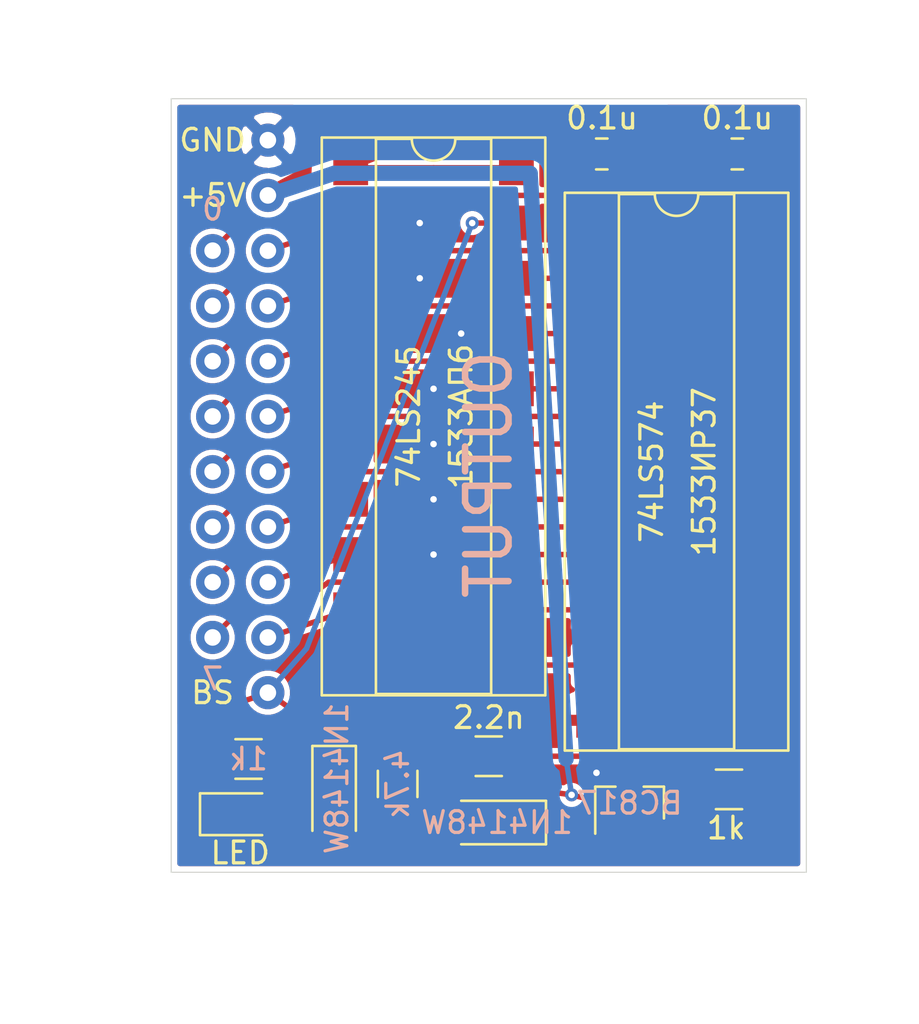
<source format=kicad_pcb>
(kicad_pcb (version 20171130) (host pcbnew 5.1.5+dfsg1-2build2)

  (general
    (thickness 0.8)
    (drawings 12)
    (tracks 136)
    (zones 0)
    (modules 13)
    (nets 32)
  )

  (page A4)
  (layers
    (0 F.Cu signal)
    (31 B.Cu signal)
    (32 B.Adhes user)
    (33 F.Adhes user)
    (34 B.Paste user)
    (35 F.Paste user)
    (36 B.SilkS user)
    (37 F.SilkS user)
    (38 B.Mask user)
    (39 F.Mask user)
    (40 Dwgs.User user)
    (41 Cmts.User user)
    (42 Eco1.User user)
    (43 Eco2.User user)
    (44 Edge.Cuts user)
    (45 Margin user)
    (46 B.CrtYd user)
    (47 F.CrtYd user)
    (48 B.Fab user)
    (49 F.Fab user)
  )

  (setup
    (last_trace_width 0.25)
    (user_trace_width 0.2)
    (user_trace_width 0.5)
    (user_trace_width 0.7)
    (trace_clearance 0.2)
    (zone_clearance 0.254)
    (zone_45_only no)
    (trace_min 0.2)
    (via_size 0.8)
    (via_drill 0.4)
    (via_min_size 0.4)
    (via_min_drill 0.3)
    (user_via 0.6 0.3)
    (uvia_size 0.3)
    (uvia_drill 0.1)
    (uvias_allowed no)
    (uvia_min_size 0.2)
    (uvia_min_drill 0.1)
    (edge_width 0.05)
    (segment_width 0.2)
    (pcb_text_width 0.3)
    (pcb_text_size 1.5 1.5)
    (mod_edge_width 0.12)
    (mod_text_size 1 1)
    (mod_text_width 0.15)
    (pad_size 1.7 1.7)
    (pad_drill 1)
    (pad_to_mask_clearance 0.051)
    (solder_mask_min_width 0.25)
    (aux_axis_origin 0 0)
    (visible_elements FFFFFF7F)
    (pcbplotparams
      (layerselection 0x010fc_ffffffff)
      (usegerberextensions true)
      (usegerberattributes false)
      (usegerberadvancedattributes false)
      (creategerberjobfile false)
      (excludeedgelayer true)
      (linewidth 0.100000)
      (plotframeref false)
      (viasonmask false)
      (mode 1)
      (useauxorigin false)
      (hpglpennumber 1)
      (hpglpenspeed 20)
      (hpglpendiameter 15.000000)
      (psnegative false)
      (psa4output false)
      (plotreference true)
      (plotvalue true)
      (plotinvisibletext false)
      (padsonsilk false)
      (subtractmaskfromsilk true)
      (outputformat 1)
      (mirror false)
      (drillshape 0)
      (scaleselection 1)
      (outputdirectory "gerber/"))
  )

  (net 0 "")
  (net 1 +5V)
  (net 2 GND)
  (net 3 BS)
  (net 4 TCLK)
  (net 5 BD1)
  (net 6 BD2)
  (net 7 BD3)
  (net 8 BD4)
  (net 9 BD5)
  (net 10 BD6)
  (net 11 BD7)
  (net 12 OPL7)
  (net 13 OPL6)
  (net 14 OPL5)
  (net 15 OPL4)
  (net 16 OPL3)
  (net 17 OPL2)
  (net 18 OPL1)
  (net 19 "Net-(D1-Pad2)")
  (net 20 "Net-(D2-Pad1)")
  (net 21 OPL0)
  (net 22 D7)
  (net 23 D6)
  (net 24 D5)
  (net 25 D4)
  (net 26 D3)
  (net 27 D2)
  (net 28 D1)
  (net 29 D0)
  (net 30 BD0)
  (net 31 "Net-(D3-Pad2)")

  (net_class Default "This is the default net class."
    (clearance 0.2)
    (trace_width 0.25)
    (via_dia 0.8)
    (via_drill 0.4)
    (uvia_dia 0.3)
    (uvia_drill 0.1)
    (add_net +5V)
    (add_net BD0)
    (add_net BD1)
    (add_net BD2)
    (add_net BD3)
    (add_net BD4)
    (add_net BD5)
    (add_net BD6)
    (add_net BD7)
    (add_net BS)
    (add_net D0)
    (add_net D1)
    (add_net D2)
    (add_net D3)
    (add_net D4)
    (add_net D5)
    (add_net D6)
    (add_net D7)
    (add_net GND)
    (add_net "Net-(D1-Pad2)")
    (add_net "Net-(D2-Pad1)")
    (add_net "Net-(D3-Pad2)")
    (add_net OPL0)
    (add_net OPL1)
    (add_net OPL2)
    (add_net OPL3)
    (add_net OPL4)
    (add_net OPL5)
    (add_net OPL6)
    (add_net OPL7)
    (add_net TCLK)
  )

  (module plc88:data_manager_im (layer F.Cu) (tedit 638C3B16) (tstamp 63A4AAB2)
    (at 123.825 23.495)
    (path /63A4B3A2)
    (fp_text reference J1 (at 0 -1.905) (layer F.SilkS) hide
      (effects (font (size 1 1) (thickness 0.15)))
    )
    (fp_text value data_manager_i (at 0 -4.445) (layer F.Fab) hide
      (effects (font (size 1 1) (thickness 0.15)))
    )
    (fp_line (start -6.096 28.956) (end -6.096 1.524) (layer B.CrtYd) (width 0.12))
    (fp_line (start -1.524 28.956) (end -6.096 28.956) (layer B.CrtYd) (width 0.12))
    (fp_line (start -1.524 1.524) (end -1.524 28.956) (layer B.CrtYd) (width 0.12))
    (fp_line (start -6.096 1.524) (end -1.524 1.524) (layer B.CrtYd) (width 0.12))
    (fp_line (start -6.096 28.956) (end -6.096 1.524) (layer F.CrtYd) (width 0.12))
    (fp_line (start -1.524 28.956) (end -6.096 28.956) (layer F.CrtYd) (width 0.12))
    (fp_line (start -1.524 1.524) (end -1.524 28.956) (layer F.CrtYd) (width 0.12))
    (fp_line (start -6.096 1.524) (end -1.524 1.524) (layer F.CrtYd) (width 0.12))
    (pad 19 thru_hole circle (at -2.54 27.94) (size 1.524 1.524) (drill 0.762) (layers *.Cu *.Mask)
      (net 3 BS))
    (pad 18 thru_hole circle (at -2.54 5.08) (size 1.524 1.524) (drill 0.762) (layers *.Cu *.Mask)
      (net 1 +5V))
    (pad 17 thru_hole circle (at -2.54 2.54) (size 1.524 1.524) (drill 0.762) (layers *.Cu *.Mask)
      (net 2 GND))
    (pad 16 thru_hole circle (at -2.54 25.4) (size 1.524 1.524) (drill 0.762) (layers *.Cu *.Mask)
      (net 22 D7))
    (pad 15 thru_hole circle (at -5.08 25.4) (size 1.524 1.524) (drill 0.762) (layers *.Cu *.Mask)
      (net 12 OPL7))
    (pad 14 thru_hole circle (at -2.54 22.86) (size 1.524 1.524) (drill 0.762) (layers *.Cu *.Mask)
      (net 23 D6))
    (pad 13 thru_hole circle (at -5.08 22.86) (size 1.524 1.524) (drill 0.762) (layers *.Cu *.Mask)
      (net 13 OPL6))
    (pad 12 thru_hole circle (at -2.54 20.32) (size 1.524 1.524) (drill 0.762) (layers *.Cu *.Mask)
      (net 24 D5))
    (pad 11 thru_hole circle (at -5.08 20.32) (size 1.524 1.524) (drill 0.762) (layers *.Cu *.Mask)
      (net 14 OPL5))
    (pad 10 thru_hole circle (at -2.54 17.78) (size 1.524 1.524) (drill 0.762) (layers *.Cu *.Mask)
      (net 25 D4))
    (pad 9 thru_hole circle (at -5.08 17.78) (size 1.524 1.524) (drill 0.762) (layers *.Cu *.Mask)
      (net 15 OPL4))
    (pad 8 thru_hole circle (at -2.54 15.24) (size 1.524 1.524) (drill 0.762) (layers *.Cu *.Mask)
      (net 26 D3))
    (pad 7 thru_hole circle (at -5.08 15.24) (size 1.524 1.524) (drill 0.762) (layers *.Cu *.Mask)
      (net 16 OPL3))
    (pad 6 thru_hole circle (at -2.54 12.7) (size 1.524 1.524) (drill 0.762) (layers *.Cu *.Mask)
      (net 27 D2))
    (pad 5 thru_hole circle (at -5.08 12.7) (size 1.524 1.524) (drill 0.762) (layers *.Cu *.Mask)
      (net 17 OPL2))
    (pad 4 thru_hole circle (at -2.54 10.16) (size 1.524 1.524) (drill 0.762) (layers *.Cu *.Mask)
      (net 28 D1))
    (pad 3 thru_hole circle (at -5.08 10.16) (size 1.524 1.524) (drill 0.762) (layers *.Cu *.Mask)
      (net 18 OPL1))
    (pad 2 thru_hole circle (at -2.54 7.62) (size 1.524 1.524) (drill 0.762) (layers *.Cu *.Mask)
      (net 29 D0))
    (pad 1 thru_hole circle (at -5.08 7.62) (size 1.524 1.524) (drill 0.762) (layers *.Cu *.Mask)
      (net 21 OPL0))
  )

  (module Package_DIP:DIP-20_W7.62mm_SMDSocket_SmallPads (layer F.Cu) (tedit 5A02E8C5) (tstamp 638C6188)
    (at 140.081 41.275)
    (descr "20-lead though-hole mounted DIP package, row spacing 7.62 mm (300 mils), SMDSocket, SmallPads")
    (tags "THT DIP DIL PDIP 2.54mm 7.62mm 300mil SMDSocket SmallPads")
    (path /638C62B7)
    (attr smd)
    (fp_text reference U2 (at -0.127 8.636) (layer F.SilkS) hide
      (effects (font (size 1 1) (thickness 0.15)))
    )
    (fp_text value 74LS574 (at -1.143 0 270) (layer F.SilkS)
      (effects (font (size 1 1) (thickness 0.15)))
    )
    (fp_text user %R (at 0 0) (layer F.Fab) hide
      (effects (font (size 1 1) (thickness 0.15)))
    )
    (fp_line (start 5.35 -13.05) (end -5.35 -13.05) (layer F.CrtYd) (width 0.05))
    (fp_line (start 5.35 13.05) (end 5.35 -13.05) (layer F.CrtYd) (width 0.05))
    (fp_line (start -5.35 13.05) (end 5.35 13.05) (layer F.CrtYd) (width 0.05))
    (fp_line (start -5.35 -13.05) (end -5.35 13.05) (layer F.CrtYd) (width 0.05))
    (fp_line (start 5.14 -12.82) (end -5.14 -12.82) (layer F.SilkS) (width 0.12))
    (fp_line (start 5.14 12.82) (end 5.14 -12.82) (layer F.SilkS) (width 0.12))
    (fp_line (start -5.14 12.82) (end 5.14 12.82) (layer F.SilkS) (width 0.12))
    (fp_line (start -5.14 -12.82) (end -5.14 12.82) (layer F.SilkS) (width 0.12))
    (fp_line (start 2.65 -12.76) (end 1 -12.76) (layer F.SilkS) (width 0.12))
    (fp_line (start 2.65 12.76) (end 2.65 -12.76) (layer F.SilkS) (width 0.12))
    (fp_line (start -2.65 12.76) (end 2.65 12.76) (layer F.SilkS) (width 0.12))
    (fp_line (start -2.65 -12.76) (end -2.65 12.76) (layer F.SilkS) (width 0.12))
    (fp_line (start -1 -12.76) (end -2.65 -12.76) (layer F.SilkS) (width 0.12))
    (fp_line (start 5.08 -12.76) (end -5.08 -12.76) (layer F.Fab) (width 0.1))
    (fp_line (start 5.08 12.76) (end 5.08 -12.76) (layer F.Fab) (width 0.1))
    (fp_line (start -5.08 12.76) (end 5.08 12.76) (layer F.Fab) (width 0.1))
    (fp_line (start -5.08 -12.76) (end -5.08 12.76) (layer F.Fab) (width 0.1))
    (fp_line (start -3.175 -11.7) (end -2.175 -12.7) (layer F.Fab) (width 0.1))
    (fp_line (start -3.175 12.7) (end -3.175 -11.7) (layer F.Fab) (width 0.1))
    (fp_line (start 3.175 12.7) (end -3.175 12.7) (layer F.Fab) (width 0.1))
    (fp_line (start 3.175 -12.7) (end 3.175 12.7) (layer F.Fab) (width 0.1))
    (fp_line (start -2.175 -12.7) (end 3.175 -12.7) (layer F.Fab) (width 0.1))
    (fp_arc (start 0 -12.76) (end -1 -12.76) (angle -180) (layer F.SilkS) (width 0.12))
    (fp_text user 1533ИР37 (at 1.27 0 90) (layer F.SilkS)
      (effects (font (size 1 1) (thickness 0.15)))
    )
    (pad 20 smd rect (at 3.81 -11.43) (size 1.6 1.6) (layers F.Cu F.Paste F.Mask)
      (net 1 +5V))
    (pad 10 smd rect (at -3.81 11.43) (size 1.6 1.6) (layers F.Cu F.Paste F.Mask)
      (net 2 GND))
    (pad 19 smd rect (at 3.81 -8.89) (size 1.6 1.6) (layers F.Cu F.Paste F.Mask)
      (net 21 OPL0))
    (pad 9 smd rect (at -3.81 8.89) (size 1.6 1.6) (layers F.Cu F.Paste F.Mask)
      (net 11 BD7))
    (pad 18 smd rect (at 3.81 -6.35) (size 1.6 1.6) (layers F.Cu F.Paste F.Mask)
      (net 18 OPL1))
    (pad 8 smd rect (at -3.81 6.35) (size 1.6 1.6) (layers F.Cu F.Paste F.Mask)
      (net 10 BD6))
    (pad 17 smd rect (at 3.81 -3.81) (size 1.6 1.6) (layers F.Cu F.Paste F.Mask)
      (net 17 OPL2))
    (pad 7 smd rect (at -3.81 3.81) (size 1.6 1.6) (layers F.Cu F.Paste F.Mask)
      (net 9 BD5))
    (pad 16 smd rect (at 3.81 -1.27) (size 1.6 1.6) (layers F.Cu F.Paste F.Mask)
      (net 16 OPL3))
    (pad 6 smd rect (at -3.81 1.27) (size 1.6 1.6) (layers F.Cu F.Paste F.Mask)
      (net 8 BD4))
    (pad 15 smd rect (at 3.81 1.27) (size 1.6 1.6) (layers F.Cu F.Paste F.Mask)
      (net 15 OPL4))
    (pad 5 smd rect (at -3.81 -1.27) (size 1.6 1.6) (layers F.Cu F.Paste F.Mask)
      (net 7 BD3))
    (pad 14 smd rect (at 3.81 3.81) (size 1.6 1.6) (layers F.Cu F.Paste F.Mask)
      (net 14 OPL5))
    (pad 4 smd rect (at -3.81 -3.81) (size 1.6 1.6) (layers F.Cu F.Paste F.Mask)
      (net 6 BD2))
    (pad 13 smd rect (at 3.81 6.35) (size 1.6 1.6) (layers F.Cu F.Paste F.Mask)
      (net 13 OPL6))
    (pad 3 smd rect (at -3.81 -6.35) (size 1.6 1.6) (layers F.Cu F.Paste F.Mask)
      (net 5 BD1))
    (pad 12 smd rect (at 3.81 8.89) (size 1.6 1.6) (layers F.Cu F.Paste F.Mask)
      (net 12 OPL7))
    (pad 2 smd rect (at -3.81 -8.89) (size 1.6 1.6) (layers F.Cu F.Paste F.Mask)
      (net 30 BD0))
    (pad 11 smd rect (at 3.81 11.43) (size 1.6 1.6) (layers F.Cu F.Paste F.Mask)
      (net 4 TCLK))
    (pad 1 smd rect (at -3.81 -11.43) (size 1.6 1.6) (layers F.Cu F.Paste F.Mask)
      (net 2 GND))
    (model ${KISYS3DMOD}/Package_DIP.3dshapes/DIP-20_W7.62mm_SMDSocket.wrl
      (at (xyz 0 0 0))
      (scale (xyz 1 1 1))
      (rotate (xyz 0 0 0))
    )
  )

  (module Package_DIP:DIP-20_W7.62mm_SMDSocket_SmallPads (layer F.Cu) (tedit 5A02E8C5) (tstamp 634E16CE)
    (at 128.905 38.735)
    (descr "20-lead though-hole mounted DIP package, row spacing 7.62 mm (300 mils), SMDSocket, SmallPads")
    (tags "THT DIP DIL PDIP 2.54mm 7.62mm 300mil SMDSocket SmallPads")
    (path /61CA7483)
    (attr smd)
    (fp_text reference U1 (at 0 -13.76) (layer F.SilkS) hide
      (effects (font (size 1 1) (thickness 0.15)))
    )
    (fp_text value 74LS245 (at -1.143 0 90) (layer F.SilkS)
      (effects (font (size 1 1) (thickness 0.15)))
    )
    (fp_text user %R (at 0 0) (layer F.Fab) hide
      (effects (font (size 1 1) (thickness 0.15)))
    )
    (fp_line (start 5.35 -13.05) (end -5.35 -13.05) (layer F.CrtYd) (width 0.05))
    (fp_line (start 5.35 13.05) (end 5.35 -13.05) (layer F.CrtYd) (width 0.05))
    (fp_line (start -5.35 13.05) (end 5.35 13.05) (layer F.CrtYd) (width 0.05))
    (fp_line (start -5.35 -13.05) (end -5.35 13.05) (layer F.CrtYd) (width 0.05))
    (fp_line (start 5.14 -12.82) (end -5.14 -12.82) (layer F.SilkS) (width 0.12))
    (fp_line (start 5.14 12.82) (end 5.14 -12.82) (layer F.SilkS) (width 0.12))
    (fp_line (start -5.14 12.82) (end 5.14 12.82) (layer F.SilkS) (width 0.12))
    (fp_line (start -5.14 -12.82) (end -5.14 12.82) (layer F.SilkS) (width 0.12))
    (fp_line (start 2.65 -12.76) (end 1 -12.76) (layer F.SilkS) (width 0.12))
    (fp_line (start 2.65 12.76) (end 2.65 -12.76) (layer F.SilkS) (width 0.12))
    (fp_line (start -2.65 12.76) (end 2.65 12.76) (layer F.SilkS) (width 0.12))
    (fp_line (start -2.65 -12.76) (end -2.65 12.76) (layer F.SilkS) (width 0.12))
    (fp_line (start -1 -12.76) (end -2.65 -12.76) (layer F.SilkS) (width 0.12))
    (fp_line (start 5.08 -12.76) (end -5.08 -12.76) (layer F.Fab) (width 0.1))
    (fp_line (start 5.08 12.76) (end 5.08 -12.76) (layer F.Fab) (width 0.1))
    (fp_line (start -5.08 12.76) (end 5.08 12.76) (layer F.Fab) (width 0.1))
    (fp_line (start -5.08 -12.76) (end -5.08 12.76) (layer F.Fab) (width 0.1))
    (fp_line (start -3.175 -11.7) (end -2.175 -12.7) (layer F.Fab) (width 0.1))
    (fp_line (start -3.175 12.7) (end -3.175 -11.7) (layer F.Fab) (width 0.1))
    (fp_line (start 3.175 12.7) (end -3.175 12.7) (layer F.Fab) (width 0.1))
    (fp_line (start 3.175 -12.7) (end 3.175 12.7) (layer F.Fab) (width 0.1))
    (fp_line (start -2.175 -12.7) (end 3.175 -12.7) (layer F.Fab) (width 0.1))
    (fp_arc (start 0 -12.76) (end -1 -12.76) (angle -180) (layer F.SilkS) (width 0.12))
    (fp_text user 1533АП6 (at 1.27 0 90) (layer F.SilkS)
      (effects (font (size 1 1) (thickness 0.15)))
    )
    (pad 20 smd rect (at 3.81 -11.43) (size 1.6 1.6) (layers F.Cu F.Paste F.Mask)
      (net 1 +5V))
    (pad 10 smd rect (at -3.81 11.43) (size 1.6 1.6) (layers F.Cu F.Paste F.Mask)
      (net 2 GND))
    (pad 19 smd rect (at 3.81 -8.89) (size 1.6 1.6) (layers F.Cu F.Paste F.Mask)
      (net 3 BS))
    (pad 9 smd rect (at -3.81 8.89) (size 1.6 1.6) (layers F.Cu F.Paste F.Mask)
      (net 22 D7))
    (pad 18 smd rect (at 3.81 -6.35) (size 1.6 1.6) (layers F.Cu F.Paste F.Mask)
      (net 30 BD0))
    (pad 8 smd rect (at -3.81 6.35) (size 1.6 1.6) (layers F.Cu F.Paste F.Mask)
      (net 23 D6))
    (pad 17 smd rect (at 3.81 -3.81) (size 1.6 1.6) (layers F.Cu F.Paste F.Mask)
      (net 5 BD1))
    (pad 7 smd rect (at -3.81 3.81) (size 1.6 1.6) (layers F.Cu F.Paste F.Mask)
      (net 24 D5))
    (pad 16 smd rect (at 3.81 -1.27) (size 1.6 1.6) (layers F.Cu F.Paste F.Mask)
      (net 6 BD2))
    (pad 6 smd rect (at -3.81 1.27) (size 1.6 1.6) (layers F.Cu F.Paste F.Mask)
      (net 25 D4))
    (pad 15 smd rect (at 3.81 1.27) (size 1.6 1.6) (layers F.Cu F.Paste F.Mask)
      (net 7 BD3))
    (pad 5 smd rect (at -3.81 -1.27) (size 1.6 1.6) (layers F.Cu F.Paste F.Mask)
      (net 26 D3))
    (pad 14 smd rect (at 3.81 3.81) (size 1.6 1.6) (layers F.Cu F.Paste F.Mask)
      (net 8 BD4))
    (pad 4 smd rect (at -3.81 -3.81) (size 1.6 1.6) (layers F.Cu F.Paste F.Mask)
      (net 27 D2))
    (pad 13 smd rect (at 3.81 6.35) (size 1.6 1.6) (layers F.Cu F.Paste F.Mask)
      (net 9 BD5))
    (pad 3 smd rect (at -3.81 -6.35) (size 1.6 1.6) (layers F.Cu F.Paste F.Mask)
      (net 28 D1))
    (pad 12 smd rect (at 3.81 8.89) (size 1.6 1.6) (layers F.Cu F.Paste F.Mask)
      (net 10 BD6))
    (pad 2 smd rect (at -3.81 -8.89) (size 1.6 1.6) (layers F.Cu F.Paste F.Mask)
      (net 29 D0))
    (pad 11 smd rect (at 3.81 11.43) (size 1.6 1.6) (layers F.Cu F.Paste F.Mask)
      (net 11 BD7))
    (pad 1 smd rect (at -3.81 -11.43) (size 1.6 1.6) (layers F.Cu F.Paste F.Mask)
      (net 1 +5V))
    (model ${KISYS3DMOD}/Package_DIP.3dshapes/DIP-20_W7.62mm_SMDSocket.wrl
      (at (xyz 0 0 0))
      (scale (xyz 1 1 1))
      (rotate (xyz 0 0 0))
    )
  )

  (module Capacitor_SMD:C_0805_2012Metric_Pad1.15x1.40mm_HandSolder (layer F.Cu) (tedit 5B36C52B) (tstamp 638C5F92)
    (at 136.643 26.67 180)
    (descr "Capacitor SMD 0805 (2012 Metric), square (rectangular) end terminal, IPC_7351 nominal with elongated pad for handsoldering. (Body size source: https://docs.google.com/spreadsheets/d/1BsfQQcO9C6DZCsRaXUlFlo91Tg2WpOkGARC1WS5S8t0/edit?usp=sharing), generated with kicad-footprint-generator")
    (tags "capacitor handsolder")
    (path /638D37D0)
    (attr smd)
    (fp_text reference C2 (at 0 -1.65) (layer F.SilkS) hide
      (effects (font (size 1 1) (thickness 0.15)))
    )
    (fp_text value 0.1u (at -0.009 1.651) (layer F.SilkS)
      (effects (font (size 1 1) (thickness 0.15)))
    )
    (fp_text user %R (at 0 0) (layer F.Fab) hide
      (effects (font (size 0.5 0.5) (thickness 0.08)))
    )
    (fp_line (start 1.85 0.95) (end -1.85 0.95) (layer F.CrtYd) (width 0.05))
    (fp_line (start 1.85 -0.95) (end 1.85 0.95) (layer F.CrtYd) (width 0.05))
    (fp_line (start -1.85 -0.95) (end 1.85 -0.95) (layer F.CrtYd) (width 0.05))
    (fp_line (start -1.85 0.95) (end -1.85 -0.95) (layer F.CrtYd) (width 0.05))
    (fp_line (start -0.261252 0.71) (end 0.261252 0.71) (layer F.SilkS) (width 0.12))
    (fp_line (start -0.261252 -0.71) (end 0.261252 -0.71) (layer F.SilkS) (width 0.12))
    (fp_line (start 1 0.6) (end -1 0.6) (layer F.Fab) (width 0.1))
    (fp_line (start 1 -0.6) (end 1 0.6) (layer F.Fab) (width 0.1))
    (fp_line (start -1 -0.6) (end 1 -0.6) (layer F.Fab) (width 0.1))
    (fp_line (start -1 0.6) (end -1 -0.6) (layer F.Fab) (width 0.1))
    (pad 2 smd roundrect (at 1.025 0 180) (size 1.15 1.4) (layers F.Cu F.Paste F.Mask) (roundrect_rratio 0.217391)
      (net 1 +5V))
    (pad 1 smd roundrect (at -1.025 0 180) (size 1.15 1.4) (layers F.Cu F.Paste F.Mask) (roundrect_rratio 0.217391)
      (net 2 GND))
    (model ${KISYS3DMOD}/Capacitor_SMD.3dshapes/C_0805_2012Metric.wrl
      (at (xyz 0 0 0))
      (scale (xyz 1 1 1))
      (rotate (xyz 0 0 0))
    )
  )

  (module Resistor_SMD:R_1206_3216Metric (layer F.Cu) (tedit 5B301BBD) (tstamp 634E4E57)
    (at 120.396 54.483)
    (descr "Resistor SMD 1206 (3216 Metric), square (rectangular) end terminal, IPC_7351 nominal, (Body size source: http://www.tortai-tech.com/upload/download/2011102023233369053.pdf), generated with kicad-footprint-generator")
    (tags resistor)
    (path /634EEABB)
    (attr smd)
    (fp_text reference R5 (at 0 -1.82) (layer F.SilkS) hide
      (effects (font (size 1 1) (thickness 0.15)))
    )
    (fp_text value 1k (at 0 0) (layer B.SilkS)
      (effects (font (size 1 1) (thickness 0.15)) (justify mirror))
    )
    (fp_text user %R (at 0 0) (layer F.Fab) hide
      (effects (font (size 0.8 0.8) (thickness 0.12)))
    )
    (fp_line (start 2.28 1.12) (end -2.28 1.12) (layer F.CrtYd) (width 0.05))
    (fp_line (start 2.28 -1.12) (end 2.28 1.12) (layer F.CrtYd) (width 0.05))
    (fp_line (start -2.28 -1.12) (end 2.28 -1.12) (layer F.CrtYd) (width 0.05))
    (fp_line (start -2.28 1.12) (end -2.28 -1.12) (layer F.CrtYd) (width 0.05))
    (fp_line (start -0.602064 0.91) (end 0.602064 0.91) (layer F.SilkS) (width 0.12))
    (fp_line (start -0.602064 -0.91) (end 0.602064 -0.91) (layer F.SilkS) (width 0.12))
    (fp_line (start 1.6 0.8) (end -1.6 0.8) (layer F.Fab) (width 0.1))
    (fp_line (start 1.6 -0.8) (end 1.6 0.8) (layer F.Fab) (width 0.1))
    (fp_line (start -1.6 -0.8) (end 1.6 -0.8) (layer F.Fab) (width 0.1))
    (fp_line (start -1.6 0.8) (end -1.6 -0.8) (layer F.Fab) (width 0.1))
    (pad 2 smd roundrect (at 1.4 0) (size 1.25 1.75) (layers F.Cu F.Paste F.Mask) (roundrect_rratio 0.2)
      (net 1 +5V))
    (pad 1 smd roundrect (at -1.4 0) (size 1.25 1.75) (layers F.Cu F.Paste F.Mask) (roundrect_rratio 0.2)
      (net 31 "Net-(D3-Pad2)"))
    (model ${KISYS3DMOD}/Resistor_SMD.3dshapes/R_1206_3216Metric.wrl
      (at (xyz 0 0 0))
      (scale (xyz 1 1 1))
      (rotate (xyz 0 0 0))
    )
  )

  (module LED_SMD:LED_0805_2012Metric_Pad1.15x1.40mm_HandSolder (layer F.Cu) (tedit 5B4B45C9) (tstamp 634E4CCE)
    (at 120.024 57.023)
    (descr "LED SMD 0805 (2012 Metric), square (rectangular) end terminal, IPC_7351 nominal, (Body size source: https://docs.google.com/spreadsheets/d/1BsfQQcO9C6DZCsRaXUlFlo91Tg2WpOkGARC1WS5S8t0/edit?usp=sharing), generated with kicad-footprint-generator")
    (tags "LED handsolder")
    (path /634E7EAA)
    (attr smd)
    (fp_text reference D3 (at 0 -1.65) (layer F.SilkS) hide
      (effects (font (size 1 1) (thickness 0.15)))
    )
    (fp_text value LED (at -0.009 1.778) (layer F.SilkS)
      (effects (font (size 1 1) (thickness 0.15)))
    )
    (fp_text user %R (at 0 0) (layer F.Fab) hide
      (effects (font (size 0.5 0.5) (thickness 0.08)))
    )
    (fp_line (start 1.85 0.95) (end -1.85 0.95) (layer F.CrtYd) (width 0.05))
    (fp_line (start 1.85 -0.95) (end 1.85 0.95) (layer F.CrtYd) (width 0.05))
    (fp_line (start -1.85 -0.95) (end 1.85 -0.95) (layer F.CrtYd) (width 0.05))
    (fp_line (start -1.85 0.95) (end -1.85 -0.95) (layer F.CrtYd) (width 0.05))
    (fp_line (start -1.86 0.96) (end 1 0.96) (layer F.SilkS) (width 0.12))
    (fp_line (start -1.86 -0.96) (end -1.86 0.96) (layer F.SilkS) (width 0.12))
    (fp_line (start 1 -0.96) (end -1.86 -0.96) (layer F.SilkS) (width 0.12))
    (fp_line (start 1 0.6) (end 1 -0.6) (layer F.Fab) (width 0.1))
    (fp_line (start -1 0.6) (end 1 0.6) (layer F.Fab) (width 0.1))
    (fp_line (start -1 -0.3) (end -1 0.6) (layer F.Fab) (width 0.1))
    (fp_line (start -0.7 -0.6) (end -1 -0.3) (layer F.Fab) (width 0.1))
    (fp_line (start 1 -0.6) (end -0.7 -0.6) (layer F.Fab) (width 0.1))
    (pad 2 smd roundrect (at 1.025 0) (size 1.15 1.4) (layers F.Cu F.Paste F.Mask) (roundrect_rratio 0.217391)
      (net 31 "Net-(D3-Pad2)"))
    (pad 1 smd roundrect (at -1.025 0) (size 1.15 1.4) (layers F.Cu F.Paste F.Mask) (roundrect_rratio 0.217391)
      (net 3 BS))
    (model ${KISYS3DMOD}/LED_SMD.3dshapes/LED_0805_2012Metric.wrl
      (at (xyz 0 0 0))
      (scale (xyz 1 1 1))
      (rotate (xyz 0 0 0))
    )
  )

  (module Resistor_SMD:R_1206_3216Metric (layer F.Cu) (tedit 5B301BBD) (tstamp 634E16A3)
    (at 142.494 55.88)
    (descr "Resistor SMD 1206 (3216 Metric), square (rectangular) end terminal, IPC_7351 nominal, (Body size source: http://www.tortai-tech.com/upload/download/2011102023233369053.pdf), generated with kicad-footprint-generator")
    (tags resistor)
    (path /6350EA50)
    (attr smd)
    (fp_text reference R4 (at 0 -1.82) (layer F.SilkS) hide
      (effects (font (size 1 1) (thickness 0.15)))
    )
    (fp_text value 1k (at -0.13 1.778) (layer F.SilkS)
      (effects (font (size 1 1) (thickness 0.15)))
    )
    (fp_text user %R (at 0 0) (layer F.Fab) hide
      (effects (font (size 0.8 0.8) (thickness 0.12)))
    )
    (fp_line (start 2.28 1.12) (end -2.28 1.12) (layer F.CrtYd) (width 0.05))
    (fp_line (start 2.28 -1.12) (end 2.28 1.12) (layer F.CrtYd) (width 0.05))
    (fp_line (start -2.28 -1.12) (end 2.28 -1.12) (layer F.CrtYd) (width 0.05))
    (fp_line (start -2.28 1.12) (end -2.28 -1.12) (layer F.CrtYd) (width 0.05))
    (fp_line (start -0.602064 0.91) (end 0.602064 0.91) (layer F.SilkS) (width 0.12))
    (fp_line (start -0.602064 -0.91) (end 0.602064 -0.91) (layer F.SilkS) (width 0.12))
    (fp_line (start 1.6 0.8) (end -1.6 0.8) (layer F.Fab) (width 0.1))
    (fp_line (start 1.6 -0.8) (end 1.6 0.8) (layer F.Fab) (width 0.1))
    (fp_line (start -1.6 -0.8) (end 1.6 -0.8) (layer F.Fab) (width 0.1))
    (fp_line (start -1.6 0.8) (end -1.6 -0.8) (layer F.Fab) (width 0.1))
    (pad 2 smd roundrect (at 1.4 0) (size 1.25 1.75) (layers F.Cu F.Paste F.Mask) (roundrect_rratio 0.2)
      (net 4 TCLK))
    (pad 1 smd roundrect (at -1.4 0) (size 1.25 1.75) (layers F.Cu F.Paste F.Mask) (roundrect_rratio 0.2)
      (net 1 +5V))
    (model ${KISYS3DMOD}/Resistor_SMD.3dshapes/R_1206_3216Metric.wrl
      (at (xyz 0 0 0))
      (scale (xyz 1 1 1))
      (rotate (xyz 0 0 0))
    )
  )

  (module Resistor_SMD:R_1206_3216Metric (layer F.Cu) (tedit 5B301BBD) (tstamp 634E1692)
    (at 127.254 55.629 270)
    (descr "Resistor SMD 1206 (3216 Metric), square (rectangular) end terminal, IPC_7351 nominal, (Body size source: http://www.tortai-tech.com/upload/download/2011102023233369053.pdf), generated with kicad-footprint-generator")
    (tags resistor)
    (path /6350E4EB)
    (attr smd)
    (fp_text reference R3 (at 0 -1.82 90) (layer F.SilkS) hide
      (effects (font (size 1 1) (thickness 0.15)))
    )
    (fp_text value 4.7k (at 0 0 90) (layer B.SilkS)
      (effects (font (size 1 1) (thickness 0.15)) (justify mirror))
    )
    (fp_text user %R (at 0 0 90) (layer F.Fab) hide
      (effects (font (size 0.8 0.8) (thickness 0.12)))
    )
    (fp_line (start 2.28 1.12) (end -2.28 1.12) (layer F.CrtYd) (width 0.05))
    (fp_line (start 2.28 -1.12) (end 2.28 1.12) (layer F.CrtYd) (width 0.05))
    (fp_line (start -2.28 -1.12) (end 2.28 -1.12) (layer F.CrtYd) (width 0.05))
    (fp_line (start -2.28 1.12) (end -2.28 -1.12) (layer F.CrtYd) (width 0.05))
    (fp_line (start -0.602064 0.91) (end 0.602064 0.91) (layer F.SilkS) (width 0.12))
    (fp_line (start -0.602064 -0.91) (end 0.602064 -0.91) (layer F.SilkS) (width 0.12))
    (fp_line (start 1.6 0.8) (end -1.6 0.8) (layer F.Fab) (width 0.1))
    (fp_line (start 1.6 -0.8) (end 1.6 0.8) (layer F.Fab) (width 0.1))
    (fp_line (start -1.6 -0.8) (end 1.6 -0.8) (layer F.Fab) (width 0.1))
    (fp_line (start -1.6 0.8) (end -1.6 -0.8) (layer F.Fab) (width 0.1))
    (pad 2 smd roundrect (at 1.4 0 270) (size 1.25 1.75) (layers F.Cu F.Paste F.Mask) (roundrect_rratio 0.2)
      (net 19 "Net-(D1-Pad2)"))
    (pad 1 smd roundrect (at -1.4 0 270) (size 1.25 1.75) (layers F.Cu F.Paste F.Mask) (roundrect_rratio 0.2)
      (net 1 +5V))
    (model ${KISYS3DMOD}/Resistor_SMD.3dshapes/R_1206_3216Metric.wrl
      (at (xyz 0 0 0))
      (scale (xyz 1 1 1))
      (rotate (xyz 0 0 0))
    )
  )

  (module Package_TO_SOT_SMD:SOT-23 (layer F.Cu) (tedit 5A02FF57) (tstamp 634E165F)
    (at 137.922 56.515 90)
    (descr "SOT-23, Standard")
    (tags SOT-23)
    (path /6350FE0F)
    (attr smd)
    (fp_text reference Q1 (at 0 -2.5 90) (layer F.SilkS) hide
      (effects (font (size 1 1) (thickness 0.15)))
    )
    (fp_text value BC817 (at 0 0) (layer B.SilkS)
      (effects (font (size 1 1) (thickness 0.15)) (justify mirror))
    )
    (fp_line (start 0.76 1.58) (end -0.7 1.58) (layer F.SilkS) (width 0.12))
    (fp_line (start 0.76 -1.58) (end -1.4 -1.58) (layer F.SilkS) (width 0.12))
    (fp_line (start -1.7 1.75) (end -1.7 -1.75) (layer F.CrtYd) (width 0.05))
    (fp_line (start 1.7 1.75) (end -1.7 1.75) (layer F.CrtYd) (width 0.05))
    (fp_line (start 1.7 -1.75) (end 1.7 1.75) (layer F.CrtYd) (width 0.05))
    (fp_line (start -1.7 -1.75) (end 1.7 -1.75) (layer F.CrtYd) (width 0.05))
    (fp_line (start 0.76 -1.58) (end 0.76 -0.65) (layer F.SilkS) (width 0.12))
    (fp_line (start 0.76 1.58) (end 0.76 0.65) (layer F.SilkS) (width 0.12))
    (fp_line (start -0.7 1.52) (end 0.7 1.52) (layer F.Fab) (width 0.1))
    (fp_line (start 0.7 -1.52) (end 0.7 1.52) (layer F.Fab) (width 0.1))
    (fp_line (start -0.7 -0.95) (end -0.15 -1.52) (layer F.Fab) (width 0.1))
    (fp_line (start -0.15 -1.52) (end 0.7 -1.52) (layer F.Fab) (width 0.1))
    (fp_line (start -0.7 -0.95) (end -0.7 1.5) (layer F.Fab) (width 0.1))
    (fp_text user %R (at 0 0) (layer F.Fab) hide
      (effects (font (size 0.5 0.5) (thickness 0.075)))
    )
    (pad 3 smd rect (at 1 0 90) (size 0.9 0.8) (layers F.Cu F.Paste F.Mask)
      (net 4 TCLK))
    (pad 2 smd rect (at -1 0.95 90) (size 0.9 0.8) (layers F.Cu F.Paste F.Mask)
      (net 2 GND))
    (pad 1 smd rect (at -1 -0.95 90) (size 0.9 0.8) (layers F.Cu F.Paste F.Mask)
      (net 20 "Net-(D2-Pad1)"))
    (model ${KISYS3DMOD}/Package_TO_SOT_SMD.3dshapes/SOT-23.wrl
      (at (xyz 0 0 0))
      (scale (xyz 1 1 1))
      (rotate (xyz 0 0 0))
    )
  )

  (module Diode_SMD:D_SOD-123 (layer F.Cu) (tedit 58645DC7) (tstamp 634E15ED)
    (at 131.826 57.404 180)
    (descr SOD-123)
    (tags SOD-123)
    (path /6350F6DF)
    (attr smd)
    (fp_text reference D2 (at 0 -2) (layer F.SilkS) hide
      (effects (font (size 1 1) (thickness 0.15)))
    )
    (fp_text value 1N4148W (at 0 0) (layer B.SilkS)
      (effects (font (size 1 1) (thickness 0.15)) (justify mirror))
    )
    (fp_line (start -2.25 -1) (end 1.65 -1) (layer F.SilkS) (width 0.12))
    (fp_line (start -2.25 1) (end 1.65 1) (layer F.SilkS) (width 0.12))
    (fp_line (start -2.35 -1.15) (end -2.35 1.15) (layer F.CrtYd) (width 0.05))
    (fp_line (start 2.35 1.15) (end -2.35 1.15) (layer F.CrtYd) (width 0.05))
    (fp_line (start 2.35 -1.15) (end 2.35 1.15) (layer F.CrtYd) (width 0.05))
    (fp_line (start -2.35 -1.15) (end 2.35 -1.15) (layer F.CrtYd) (width 0.05))
    (fp_line (start -1.4 -0.9) (end 1.4 -0.9) (layer F.Fab) (width 0.1))
    (fp_line (start 1.4 -0.9) (end 1.4 0.9) (layer F.Fab) (width 0.1))
    (fp_line (start 1.4 0.9) (end -1.4 0.9) (layer F.Fab) (width 0.1))
    (fp_line (start -1.4 0.9) (end -1.4 -0.9) (layer F.Fab) (width 0.1))
    (fp_line (start -0.75 0) (end -0.35 0) (layer F.Fab) (width 0.1))
    (fp_line (start -0.35 0) (end -0.35 -0.55) (layer F.Fab) (width 0.1))
    (fp_line (start -0.35 0) (end -0.35 0.55) (layer F.Fab) (width 0.1))
    (fp_line (start -0.35 0) (end 0.25 -0.4) (layer F.Fab) (width 0.1))
    (fp_line (start 0.25 -0.4) (end 0.25 0.4) (layer F.Fab) (width 0.1))
    (fp_line (start 0.25 0.4) (end -0.35 0) (layer F.Fab) (width 0.1))
    (fp_line (start 0.25 0) (end 0.75 0) (layer F.Fab) (width 0.1))
    (fp_line (start -2.25 -1) (end -2.25 1) (layer F.SilkS) (width 0.12))
    (fp_text user %R (at 0 -2) (layer F.Fab) hide
      (effects (font (size 1 1) (thickness 0.15)))
    )
    (pad 2 smd rect (at 1.65 0 180) (size 0.9 1.2) (layers F.Cu F.Paste F.Mask)
      (net 19 "Net-(D1-Pad2)"))
    (pad 1 smd rect (at -1.65 0 180) (size 0.9 1.2) (layers F.Cu F.Paste F.Mask)
      (net 20 "Net-(D2-Pad1)"))
    (model ${KISYS3DMOD}/Diode_SMD.3dshapes/D_SOD-123.wrl
      (at (xyz 0 0 0))
      (scale (xyz 1 1 1))
      (rotate (xyz 0 0 0))
    )
  )

  (module Diode_SMD:D_SOD-123 (layer F.Cu) (tedit 58645DC7) (tstamp 634E15D4)
    (at 124.333 56.134 270)
    (descr SOD-123)
    (tags SOD-123)
    (path /6350F0B9)
    (attr smd)
    (fp_text reference D1 (at 0 -2 90) (layer F.SilkS) hide
      (effects (font (size 1 1) (thickness 0.15)))
    )
    (fp_text value 1N4148W (at -0.762 -0.127 90) (layer B.SilkS)
      (effects (font (size 1 1) (thickness 0.15)) (justify mirror))
    )
    (fp_line (start -2.25 -1) (end 1.65 -1) (layer F.SilkS) (width 0.12))
    (fp_line (start -2.25 1) (end 1.65 1) (layer F.SilkS) (width 0.12))
    (fp_line (start -2.35 -1.15) (end -2.35 1.15) (layer F.CrtYd) (width 0.05))
    (fp_line (start 2.35 1.15) (end -2.35 1.15) (layer F.CrtYd) (width 0.05))
    (fp_line (start 2.35 -1.15) (end 2.35 1.15) (layer F.CrtYd) (width 0.05))
    (fp_line (start -2.35 -1.15) (end 2.35 -1.15) (layer F.CrtYd) (width 0.05))
    (fp_line (start -1.4 -0.9) (end 1.4 -0.9) (layer F.Fab) (width 0.1))
    (fp_line (start 1.4 -0.9) (end 1.4 0.9) (layer F.Fab) (width 0.1))
    (fp_line (start 1.4 0.9) (end -1.4 0.9) (layer F.Fab) (width 0.1))
    (fp_line (start -1.4 0.9) (end -1.4 -0.9) (layer F.Fab) (width 0.1))
    (fp_line (start -0.75 0) (end -0.35 0) (layer F.Fab) (width 0.1))
    (fp_line (start -0.35 0) (end -0.35 -0.55) (layer F.Fab) (width 0.1))
    (fp_line (start -0.35 0) (end -0.35 0.55) (layer F.Fab) (width 0.1))
    (fp_line (start -0.35 0) (end 0.25 -0.4) (layer F.Fab) (width 0.1))
    (fp_line (start 0.25 -0.4) (end 0.25 0.4) (layer F.Fab) (width 0.1))
    (fp_line (start 0.25 0.4) (end -0.35 0) (layer F.Fab) (width 0.1))
    (fp_line (start 0.25 0) (end 0.75 0) (layer F.Fab) (width 0.1))
    (fp_line (start -2.25 -1) (end -2.25 1) (layer F.SilkS) (width 0.12))
    (fp_text user %R (at 0 -2 90) (layer F.Fab) hide
      (effects (font (size 1 1) (thickness 0.15)))
    )
    (pad 2 smd rect (at 1.65 0 270) (size 0.9 1.2) (layers F.Cu F.Paste F.Mask)
      (net 19 "Net-(D1-Pad2)"))
    (pad 1 smd rect (at -1.65 0 270) (size 0.9 1.2) (layers F.Cu F.Paste F.Mask)
      (net 3 BS))
    (model ${KISYS3DMOD}/Diode_SMD.3dshapes/D_SOD-123.wrl
      (at (xyz 0 0 0))
      (scale (xyz 1 1 1))
      (rotate (xyz 0 0 0))
    )
  )

  (module Capacitor_SMD:C_1206_3216Metric (layer F.Cu) (tedit 5B301BBE) (tstamp 634E15BB)
    (at 131.445 54.356)
    (descr "Capacitor SMD 1206 (3216 Metric), square (rectangular) end terminal, IPC_7351 nominal, (Body size source: http://www.tortai-tech.com/upload/download/2011102023233369053.pdf), generated with kicad-footprint-generator")
    (tags capacitor)
    (path /6353446E)
    (attr smd)
    (fp_text reference C3 (at 0 -1.82) (layer F.SilkS) hide
      (effects (font (size 1 1) (thickness 0.15)))
    )
    (fp_text value 2.2n (at 0.003 -1.778) (layer F.SilkS)
      (effects (font (size 1 1) (thickness 0.15)))
    )
    (fp_text user %R (at 0 0) (layer F.Fab) hide
      (effects (font (size 0.8 0.8) (thickness 0.12)))
    )
    (fp_line (start 2.28 1.12) (end -2.28 1.12) (layer F.CrtYd) (width 0.05))
    (fp_line (start 2.28 -1.12) (end 2.28 1.12) (layer F.CrtYd) (width 0.05))
    (fp_line (start -2.28 -1.12) (end 2.28 -1.12) (layer F.CrtYd) (width 0.05))
    (fp_line (start -2.28 1.12) (end -2.28 -1.12) (layer F.CrtYd) (width 0.05))
    (fp_line (start -0.602064 0.91) (end 0.602064 0.91) (layer F.SilkS) (width 0.12))
    (fp_line (start -0.602064 -0.91) (end 0.602064 -0.91) (layer F.SilkS) (width 0.12))
    (fp_line (start 1.6 0.8) (end -1.6 0.8) (layer F.Fab) (width 0.1))
    (fp_line (start 1.6 -0.8) (end 1.6 0.8) (layer F.Fab) (width 0.1))
    (fp_line (start -1.6 -0.8) (end 1.6 -0.8) (layer F.Fab) (width 0.1))
    (fp_line (start -1.6 0.8) (end -1.6 -0.8) (layer F.Fab) (width 0.1))
    (pad 2 smd roundrect (at 1.4 0) (size 1.25 1.75) (layers F.Cu F.Paste F.Mask) (roundrect_rratio 0.2)
      (net 4 TCLK))
    (pad 1 smd roundrect (at -1.4 0) (size 1.25 1.75) (layers F.Cu F.Paste F.Mask) (roundrect_rratio 0.2)
      (net 1 +5V))
    (model ${KISYS3DMOD}/Capacitor_SMD.3dshapes/C_1206_3216Metric.wrl
      (at (xyz 0 0 0))
      (scale (xyz 1 1 1))
      (rotate (xyz 0 0 0))
    )
  )

  (module Capacitor_SMD:C_0805_2012Metric_Pad1.15x1.40mm_HandSolder (layer F.Cu) (tedit 5B36C52B) (tstamp 634E1599)
    (at 142.875 26.67)
    (descr "Capacitor SMD 0805 (2012 Metric), square (rectangular) end terminal, IPC_7351 nominal with elongated pad for handsoldering. (Body size source: https://docs.google.com/spreadsheets/d/1BsfQQcO9C6DZCsRaXUlFlo91Tg2WpOkGARC1WS5S8t0/edit?usp=sharing), generated with kicad-footprint-generator")
    (tags "capacitor handsolder")
    (path /61CBF854)
    (attr smd)
    (fp_text reference C1 (at 0 -1.65) (layer F.SilkS) hide
      (effects (font (size 1 1) (thickness 0.15)))
    )
    (fp_text value 0.1u (at 0 -1.651) (layer F.SilkS)
      (effects (font (size 1 1) (thickness 0.15)))
    )
    (fp_text user %R (at 0 0) (layer F.Fab) hide
      (effects (font (size 0.5 0.5) (thickness 0.08)))
    )
    (fp_line (start 1.85 0.95) (end -1.85 0.95) (layer F.CrtYd) (width 0.05))
    (fp_line (start 1.85 -0.95) (end 1.85 0.95) (layer F.CrtYd) (width 0.05))
    (fp_line (start -1.85 -0.95) (end 1.85 -0.95) (layer F.CrtYd) (width 0.05))
    (fp_line (start -1.85 0.95) (end -1.85 -0.95) (layer F.CrtYd) (width 0.05))
    (fp_line (start -0.261252 0.71) (end 0.261252 0.71) (layer F.SilkS) (width 0.12))
    (fp_line (start -0.261252 -0.71) (end 0.261252 -0.71) (layer F.SilkS) (width 0.12))
    (fp_line (start 1 0.6) (end -1 0.6) (layer F.Fab) (width 0.1))
    (fp_line (start 1 -0.6) (end 1 0.6) (layer F.Fab) (width 0.1))
    (fp_line (start -1 -0.6) (end 1 -0.6) (layer F.Fab) (width 0.1))
    (fp_line (start -1 0.6) (end -1 -0.6) (layer F.Fab) (width 0.1))
    (pad 2 smd roundrect (at 1.025 0) (size 1.15 1.4) (layers F.Cu F.Paste F.Mask) (roundrect_rratio 0.217391)
      (net 1 +5V))
    (pad 1 smd roundrect (at -1.025 0) (size 1.15 1.4) (layers F.Cu F.Paste F.Mask) (roundrect_rratio 0.217391)
      (net 2 GND))
    (model ${KISYS3DMOD}/Capacitor_SMD.3dshapes/C_0805_2012Metric.wrl
      (at (xyz 0 0 0))
      (scale (xyz 1 1 1))
      (rotate (xyz 0 0 0))
    )
  )

  (gr_text OUTPUT (at 131.445 41.402 90) (layer B.SilkS)
    (effects (font (size 2 2) (thickness 0.3)) (justify mirror))
  )
  (gr_text 7 (at 118.745 50.8) (layer B.SilkS)
    (effects (font (size 1 1) (thickness 0.15)) (justify mirror))
  )
  (gr_text 0 (at 118.745 29.21) (layer B.SilkS)
    (effects (font (size 1 1) (thickness 0.15)) (justify mirror))
  )
  (dimension 35.56 (width 0.15) (layer F.Fab)
    (gr_text "35,560 mm" (at 149.89 41.91 270) (layer F.Fab)
      (effects (font (size 1 1) (thickness 0.15)))
    )
    (feature1 (pts (xy 146.05 59.69) (xy 149.176421 59.69)))
    (feature2 (pts (xy 146.05 24.13) (xy 149.176421 24.13)))
    (crossbar (pts (xy 148.59 24.13) (xy 148.59 59.69)))
    (arrow1a (pts (xy 148.59 59.69) (xy 148.003579 58.563496)))
    (arrow1b (pts (xy 148.59 59.69) (xy 149.176421 58.563496)))
    (arrow2a (pts (xy 148.59 24.13) (xy 148.003579 25.256504)))
    (arrow2b (pts (xy 148.59 24.13) (xy 149.176421 25.256504)))
  )
  (gr_text GND (at 118.745 26.035) (layer F.SilkS)
    (effects (font (size 1 1) (thickness 0.15)))
  )
  (gr_text +5V (at 118.745 28.575) (layer F.SilkS)
    (effects (font (size 1 1) (thickness 0.15)))
  )
  (gr_text BS (at 118.745 51.435) (layer F.SilkS)
    (effects (font (size 1 1) (thickness 0.15)))
  )
  (dimension 29.21 (width 0.15) (layer F.Fab)
    (gr_text "29,210 mm" (at 131.445 20.29) (layer F.Fab)
      (effects (font (size 1 1) (thickness 0.15)))
    )
    (feature1 (pts (xy 146.05 24.13) (xy 146.05 21.003579)))
    (feature2 (pts (xy 116.84 24.13) (xy 116.84 21.003579)))
    (crossbar (pts (xy 116.84 21.59) (xy 146.05 21.59)))
    (arrow1a (pts (xy 146.05 21.59) (xy 144.923496 22.176421)))
    (arrow1b (pts (xy 146.05 21.59) (xy 144.923496 21.003579)))
    (arrow2a (pts (xy 116.84 21.59) (xy 117.966504 22.176421)))
    (arrow2b (pts (xy 116.84 21.59) (xy 117.966504 21.003579)))
  )
  (gr_line (start 116.84 59.69) (end 116.84 24.13) (layer Edge.Cuts) (width 0.05) (tstamp 634EC3D1))
  (gr_line (start 146.05 59.69) (end 116.84 59.69) (layer Edge.Cuts) (width 0.05))
  (gr_line (start 146.05 24.13) (end 146.05 59.69) (layer Edge.Cuts) (width 0.05))
  (gr_line (start 116.84 24.13) (end 146.05 24.13) (layer Edge.Cuts) (width 0.05))

  (segment (start 128.905 27.305) (end 132.715 27.305) (width 0.25) (layer F.Cu) (net 1))
  (segment (start 125.095 27.305) (end 128.905 27.305) (width 0.25) (layer F.Cu) (net 1))
  (segment (start 143.9 26.67) (end 143.891 29.845) (width 0.25) (layer F.Cu) (net 1))
  (segment (start 122.936 27.686) (end 123.063 24.892) (width 0.7) (layer F.Cu) (net 1))
  (segment (start 121.285 28.575) (end 122.936 27.686) (width 0.7) (layer F.Cu) (net 1))
  (segment (start 125.095 27.305) (end 125.095 24.892) (width 0.25) (layer F.Cu) (net 1))
  (segment (start 125.095 24.892) (end 139.065 24.892) (width 0.7) (layer F.Cu) (net 1))
  (segment (start 123.063 24.892) (end 125.095 24.892) (width 0.7) (layer F.Cu) (net 1))
  (segment (start 128.905 25.781) (end 125.095 27.305) (width 0.25) (layer F.Cu) (net 1))
  (segment (start 134.239 25.781) (end 128.905 25.781) (width 0.25) (layer F.Cu) (net 1))
  (segment (start 134.747 26.67) (end 134.239 25.781) (width 0.25) (layer F.Cu) (net 1))
  (segment (start 135.618 26.67) (end 134.747 26.67) (width 0.25) (layer F.Cu) (net 1))
  (segment (start 124.333 27.559) (end 121.285 28.575) (width 0.7) (layer B.Cu) (net 1))
  (segment (start 133.35 27.559) (end 124.333 27.559) (width 0.7) (layer B.Cu) (net 1))
  (segment (start 135.001 54.483) (end 133.35 27.559) (width 0.7) (layer B.Cu) (net 1))
  (segment (start 139.954 27.813) (end 139.065 24.892) (width 0.25) (layer F.Cu) (net 1))
  (segment (start 142.24 29.845) (end 139.954 27.813) (width 0.25) (layer F.Cu) (net 1))
  (segment (start 143.891 29.845) (end 142.24 29.845) (width 0.25) (layer F.Cu) (net 1))
  (segment (start 141.094 55.88) (end 140.208 55.88) (width 0.25) (layer F.Cu) (net 1))
  (segment (start 140.208 55.88) (end 139.192 56.388) (width 0.25) (layer F.Cu) (net 1))
  (segment (start 139.192 56.388) (end 136.271 56.388) (width 0.25) (layer F.Cu) (net 1))
  (segment (start 136.271 56.388) (end 135.255 56.134) (width 0.25) (layer F.Cu) (net 1))
  (segment (start 135.255 56.134) (end 135.255 56.134) (width 0.25) (layer F.Cu) (net 1) (tstamp 63958B3F))
  (via (at 135.255 56.134) (size 0.6) (drill 0.3) (layers F.Cu B.Cu) (net 1))
  (segment (start 121.796 54.483) (end 122.555 55.499) (width 0.25) (layer F.Cu) (net 1))
  (segment (start 122.555 55.499) (end 124.46 56.007) (width 0.25) (layer F.Cu) (net 1))
  (segment (start 124.46 56.007) (end 126.492 55.753) (width 0.25) (layer F.Cu) (net 1))
  (segment (start 126.492 55.753) (end 128.397 55.753) (width 0.25) (layer F.Cu) (net 1))
  (segment (start 128.397 55.753) (end 129.54 55.88) (width 0.25) (layer F.Cu) (net 1))
  (segment (start 133.477 55.88) (end 135.255 56.134) (width 0.25) (layer F.Cu) (net 1))
  (segment (start 130.045 54.356) (end 130.683 55.245) (width 0.25) (layer F.Cu) (net 1))
  (segment (start 130.683 55.245) (end 131.699 55.88) (width 0.25) (layer F.Cu) (net 1))
  (segment (start 131.699 55.88) (end 133.477 55.88) (width 0.25) (layer F.Cu) (net 1))
  (segment (start 129.54 55.88) (end 131.699 55.88) (width 0.25) (layer F.Cu) (net 1))
  (segment (start 127.254 54.229) (end 128.27 54.991) (width 0.25) (layer F.Cu) (net 1))
  (segment (start 128.27 54.991) (end 129.54 55.88) (width 0.25) (layer F.Cu) (net 1))
  (segment (start 135.001 54.483) (end 135.255 56.134) (width 0.25) (layer B.Cu) (net 1))
  (via (at 128.905 42.545) (size 0.6) (drill 0.3) (layers F.Cu B.Cu) (net 2))
  (via (at 128.905 45.085) (size 0.6) (drill 0.3) (layers F.Cu B.Cu) (net 2))
  (via (at 128.905 40.005) (size 0.6) (drill 0.3) (layers F.Cu B.Cu) (net 2))
  (via (at 128.905 37.465) (size 0.6) (drill 0.3) (layers F.Cu B.Cu) (net 2))
  (via (at 128.27 32.385) (size 0.6) (drill 0.3) (layers F.Cu B.Cu) (net 2))
  (via (at 128.27 29.845) (size 0.6) (drill 0.3) (layers F.Cu B.Cu) (net 2))
  (via (at 130.175 34.925) (size 0.6) (drill 0.3) (layers F.Cu B.Cu) (net 2))
  (via (at 136.398 55.118) (size 0.6) (drill 0.3) (layers F.Cu B.Cu) (net 2))
  (segment (start 132.715 29.845) (end 130.683 29.845) (width 0.25) (layer F.Cu) (net 3))
  (segment (start 130.683 29.845) (end 130.683 29.845) (width 0.25) (layer F.Cu) (net 3) (tstamp 6394C819))
  (via (at 130.683 29.845) (size 0.6) (drill 0.3) (layers F.Cu B.Cu) (net 3))
  (segment (start 130.683 29.845) (end 123.063 49.403) (width 0.25) (layer B.Cu) (net 3))
  (segment (start 123.063 49.403) (end 121.285 51.435) (width 0.25) (layer B.Cu) (net 3))
  (segment (start 124.333 54.484) (end 124.333 53.594) (width 0.25) (layer F.Cu) (net 3))
  (segment (start 124.333 53.594) (end 121.285 51.435) (width 0.25) (layer F.Cu) (net 3))
  (segment (start 118.364 52.451) (end 121.285 51.435) (width 0.25) (layer F.Cu) (net 3))
  (segment (start 117.602 57.023) (end 117.602 53.213) (width 0.25) (layer F.Cu) (net 3))
  (segment (start 117.602 53.213) (end 118.364 52.451) (width 0.25) (layer F.Cu) (net 3))
  (segment (start 118.999 57.023) (end 117.602 57.023) (width 0.25) (layer F.Cu) (net 3))
  (segment (start 140.716 53.467) (end 143.891 52.705) (width 0.25) (layer F.Cu) (net 4))
  (segment (start 143.894 55.88) (end 143.256 54.864) (width 0.25) (layer F.Cu) (net 4))
  (segment (start 143.256 54.864) (end 140.716 53.467) (width 0.25) (layer F.Cu) (net 4))
  (segment (start 137.922 55.515) (end 139.446 55.499) (width 0.25) (layer F.Cu) (net 4))
  (segment (start 139.446 55.499) (end 140.716 53.467) (width 0.25) (layer F.Cu) (net 4))
  (segment (start 136.017 54.356) (end 140.716 53.467) (width 0.25) (layer F.Cu) (net 4))
  (segment (start 132.845 54.356) (end 136.017 54.356) (width 0.25) (layer F.Cu) (net 4))
  (segment (start 132.715 34.925) (end 136.271 34.925) (width 0.25) (layer F.Cu) (net 5))
  (segment (start 132.715 37.465) (end 136.271 37.465) (width 0.25) (layer F.Cu) (net 6))
  (segment (start 132.715 40.005) (end 136.271 40.005) (width 0.25) (layer F.Cu) (net 7))
  (segment (start 136.271 42.545) (end 132.715 42.545) (width 0.25) (layer F.Cu) (net 8))
  (segment (start 132.715 45.085) (end 136.271 45.085) (width 0.25) (layer F.Cu) (net 9))
  (segment (start 136.271 47.625) (end 132.715 47.625) (width 0.25) (layer F.Cu) (net 10))
  (segment (start 132.715 50.165) (end 136.271 50.165) (width 0.25) (layer F.Cu) (net 11))
  (segment (start 118.745 48.895) (end 120.015 47.625) (width 0.25) (layer F.Cu) (net 12))
  (segment (start 120.015 47.625) (end 122.301 47.625) (width 0.25) (layer F.Cu) (net 12))
  (segment (start 122.301 47.625) (end 124.079 46.355) (width 0.25) (layer F.Cu) (net 12))
  (segment (start 124.079 46.355) (end 137.414 46.355) (width 0.25) (layer F.Cu) (net 12))
  (segment (start 137.414 46.355) (end 142.748 50.165) (width 0.25) (layer F.Cu) (net 12))
  (segment (start 142.748 50.165) (end 143.891 50.165) (width 0.25) (layer F.Cu) (net 12))
  (segment (start 118.745 46.355) (end 120.015 45.085) (width 0.25) (layer F.Cu) (net 13))
  (segment (start 120.015 45.085) (end 122.301 45.085) (width 0.25) (layer F.Cu) (net 13))
  (segment (start 122.301 45.085) (end 124.079 43.815) (width 0.25) (layer F.Cu) (net 13))
  (segment (start 124.079 43.815) (end 137.414 43.815) (width 0.25) (layer F.Cu) (net 13))
  (segment (start 137.414 43.815) (end 142.748 47.625) (width 0.25) (layer F.Cu) (net 13))
  (segment (start 142.748 47.625) (end 143.891 47.625) (width 0.25) (layer F.Cu) (net 13))
  (segment (start 142.748 45.085) (end 143.891 45.085) (width 0.25) (layer F.Cu) (net 14))
  (segment (start 124.079 41.275) (end 137.414 41.275) (width 0.25) (layer F.Cu) (net 14))
  (segment (start 122.301 42.545) (end 124.079 41.275) (width 0.25) (layer F.Cu) (net 14))
  (segment (start 137.414 41.275) (end 142.748 45.085) (width 0.25) (layer F.Cu) (net 14))
  (segment (start 120.015 42.545) (end 122.301 42.545) (width 0.25) (layer F.Cu) (net 14))
  (segment (start 118.745 43.815) (end 120.015 42.545) (width 0.25) (layer F.Cu) (net 14))
  (segment (start 118.745 41.275) (end 120.015 40.005) (width 0.25) (layer F.Cu) (net 15))
  (segment (start 120.015 40.005) (end 122.301 40.005) (width 0.25) (layer F.Cu) (net 15))
  (segment (start 122.301 40.005) (end 124.206 38.735) (width 0.25) (layer F.Cu) (net 15))
  (segment (start 124.206 38.735) (end 137.414 38.735) (width 0.25) (layer F.Cu) (net 15))
  (segment (start 137.414 38.735) (end 142.748 42.545) (width 0.25) (layer F.Cu) (net 15))
  (segment (start 142.748 42.545) (end 143.891 42.545) (width 0.25) (layer F.Cu) (net 15))
  (segment (start 143.891 40.005) (end 142.748 40.005) (width 0.25) (layer F.Cu) (net 16))
  (segment (start 142.748 40.005) (end 137.414 36.195) (width 0.25) (layer F.Cu) (net 16))
  (segment (start 137.414 36.195) (end 124.079 36.195) (width 0.25) (layer F.Cu) (net 16))
  (segment (start 124.079 36.195) (end 122.301 37.338) (width 0.25) (layer F.Cu) (net 16))
  (segment (start 122.301 37.338) (end 120.015 37.338) (width 0.25) (layer F.Cu) (net 16))
  (segment (start 120.015 37.338) (end 118.745 38.735) (width 0.25) (layer F.Cu) (net 16))
  (segment (start 118.745 36.195) (end 120.015 34.925) (width 0.25) (layer F.Cu) (net 17))
  (segment (start 120.015 34.925) (end 122.301 34.925) (width 0.25) (layer F.Cu) (net 17))
  (segment (start 122.301 34.925) (end 124.079 33.655) (width 0.25) (layer F.Cu) (net 17))
  (segment (start 124.079 33.655) (end 137.414 33.655) (width 0.25) (layer F.Cu) (net 17))
  (segment (start 137.414 33.655) (end 142.748 37.465) (width 0.25) (layer F.Cu) (net 17))
  (segment (start 142.748 37.465) (end 143.891 37.465) (width 0.25) (layer F.Cu) (net 17))
  (segment (start 118.745 33.655) (end 120.015 32.385) (width 0.25) (layer F.Cu) (net 18))
  (segment (start 120.015 32.385) (end 122.301 32.385) (width 0.25) (layer F.Cu) (net 18))
  (segment (start 122.301 32.385) (end 124.079 31.115) (width 0.25) (layer F.Cu) (net 18))
  (segment (start 124.079 31.115) (end 137.414 31.115) (width 0.25) (layer F.Cu) (net 18))
  (segment (start 137.414 31.115) (end 142.748 34.925) (width 0.25) (layer F.Cu) (net 18))
  (segment (start 142.748 34.925) (end 143.891 34.925) (width 0.25) (layer F.Cu) (net 18))
  (segment (start 124.333 57.784) (end 125.222 57.785) (width 0.25) (layer F.Cu) (net 19))
  (segment (start 125.222 57.785) (end 127.254 58.166) (width 0.25) (layer F.Cu) (net 19))
  (segment (start 127.254 58.166) (end 127.254 57.029) (width 0.25) (layer F.Cu) (net 19))
  (segment (start 127.254 58.166) (end 128.27 58.166) (width 0.25) (layer F.Cu) (net 19))
  (segment (start 128.27 58.166) (end 129.413 57.404) (width 0.25) (layer F.Cu) (net 19))
  (segment (start 129.413 57.404) (end 130.176 57.404) (width 0.25) (layer F.Cu) (net 19))
  (segment (start 133.476 57.404) (end 136.972 57.515) (width 0.25) (layer F.Cu) (net 20))
  (segment (start 118.745 31.115) (end 120.015 29.845) (width 0.25) (layer F.Cu) (net 21))
  (segment (start 120.015 29.845) (end 122.301 29.845) (width 0.25) (layer F.Cu) (net 21))
  (segment (start 122.301 29.845) (end 124.079 28.575) (width 0.25) (layer F.Cu) (net 21))
  (segment (start 124.079 28.575) (end 137.414 28.575) (width 0.25) (layer F.Cu) (net 21))
  (segment (start 137.414 28.575) (end 142.748 32.385) (width 0.25) (layer F.Cu) (net 21))
  (segment (start 142.748 32.385) (end 143.891 32.385) (width 0.25) (layer F.Cu) (net 21))
  (segment (start 121.285 48.895) (end 125.095 47.625) (width 0.25) (layer F.Cu) (net 22))
  (segment (start 121.285 46.355) (end 125.095 45.085) (width 0.25) (layer F.Cu) (net 23))
  (segment (start 121.285 43.815) (end 125.095 42.545) (width 0.25) (layer F.Cu) (net 24))
  (segment (start 121.285 41.275) (end 125.095 40.005) (width 0.25) (layer F.Cu) (net 25))
  (segment (start 121.285 38.735) (end 125.095 37.465) (width 0.25) (layer F.Cu) (net 26))
  (segment (start 121.285 36.195) (end 125.095 34.925) (width 0.25) (layer F.Cu) (net 27))
  (segment (start 121.285 33.655) (end 125.095 32.385) (width 0.25) (layer F.Cu) (net 28))
  (segment (start 121.285 31.115) (end 125.095 29.845) (width 0.25) (layer F.Cu) (net 29))
  (segment (start 132.715 32.385) (end 136.271 32.385) (width 0.25) (layer F.Cu) (net 30))
  (segment (start 121.049 57.023) (end 121.049 57.277) (width 0.25) (layer F.Cu) (net 31))
  (segment (start 118.996 54.483) (end 121.049 57.023) (width 0.25) (layer F.Cu) (net 31))

  (zone (net 2) (net_name GND) (layer B.Cu) (tstamp 6357C140) (hatch edge 0.508)
    (connect_pads (clearance 0.254))
    (min_thickness 0.254)
    (fill yes (arc_segments 32) (thermal_gap 0.508) (thermal_bridge_width 0.508))
    (polygon
      (pts
        (xy 148.082 64.262) (xy 112.522 64.389) (xy 112.395 22.225) (xy 148.463 22.86)
      )
    )
    (filled_polygon
      (pts
        (xy 145.644001 59.284) (xy 117.246 59.284) (xy 117.246 51.322424) (xy 120.142 51.322424) (xy 120.142 51.547576)
        (xy 120.185925 51.768401) (xy 120.272087 51.976413) (xy 120.397174 52.16362) (xy 120.55638 52.322826) (xy 120.743587 52.447913)
        (xy 120.951599 52.534075) (xy 121.172424 52.578) (xy 121.397576 52.578) (xy 121.618401 52.534075) (xy 121.826413 52.447913)
        (xy 122.01362 52.322826) (xy 122.172826 52.16362) (xy 122.297913 51.976413) (xy 122.384075 51.768401) (xy 122.428 51.547576)
        (xy 122.428 51.322424) (xy 122.384075 51.101599) (xy 122.340703 50.99689) (xy 123.419846 49.763584) (xy 123.430061 49.754832)
        (xy 123.452591 49.726161) (xy 123.46017 49.717499) (xy 123.467959 49.706603) (xy 123.491646 49.67646) (xy 123.49688 49.666149)
        (xy 123.503612 49.656732) (xy 123.519407 49.621767) (xy 123.525456 49.609851) (xy 123.529628 49.599144) (xy 123.544647 49.565897)
        (xy 123.547688 49.552789) (xy 130.988101 30.455732) (xy 131.005574 30.448494) (xy 131.117112 30.373967) (xy 131.211967 30.279112)
        (xy 131.286494 30.167574) (xy 131.337829 30.04364) (xy 131.364 29.912073) (xy 131.364 29.777927) (xy 131.337829 29.64636)
        (xy 131.286494 29.522426) (xy 131.211967 29.410888) (xy 131.117112 29.316033) (xy 131.005574 29.241506) (xy 130.88164 29.190171)
        (xy 130.750073 29.164) (xy 130.615927 29.164) (xy 130.48436 29.190171) (xy 130.360426 29.241506) (xy 130.248888 29.316033)
        (xy 130.154033 29.410888) (xy 130.079506 29.522426) (xy 130.028171 29.64636) (xy 130.002 29.777927) (xy 130.002 29.912073)
        (xy 130.028171 30.04364) (xy 130.045892 30.086421) (xy 122.623745 49.136598) (xy 121.580867 50.328459) (xy 121.397576 50.292)
        (xy 121.172424 50.292) (xy 120.951599 50.335925) (xy 120.743587 50.422087) (xy 120.55638 50.547174) (xy 120.397174 50.70638)
        (xy 120.272087 50.893587) (xy 120.185925 51.101599) (xy 120.142 51.322424) (xy 117.246 51.322424) (xy 117.246 48.782424)
        (xy 117.602 48.782424) (xy 117.602 49.007576) (xy 117.645925 49.228401) (xy 117.732087 49.436413) (xy 117.857174 49.62362)
        (xy 118.01638 49.782826) (xy 118.203587 49.907913) (xy 118.411599 49.994075) (xy 118.632424 50.038) (xy 118.857576 50.038)
        (xy 119.078401 49.994075) (xy 119.286413 49.907913) (xy 119.47362 49.782826) (xy 119.632826 49.62362) (xy 119.757913 49.436413)
        (xy 119.844075 49.228401) (xy 119.888 49.007576) (xy 119.888 48.782424) (xy 120.142 48.782424) (xy 120.142 49.007576)
        (xy 120.185925 49.228401) (xy 120.272087 49.436413) (xy 120.397174 49.62362) (xy 120.55638 49.782826) (xy 120.743587 49.907913)
        (xy 120.951599 49.994075) (xy 121.172424 50.038) (xy 121.397576 50.038) (xy 121.618401 49.994075) (xy 121.826413 49.907913)
        (xy 122.01362 49.782826) (xy 122.172826 49.62362) (xy 122.297913 49.436413) (xy 122.384075 49.228401) (xy 122.428 49.007576)
        (xy 122.428 48.782424) (xy 122.384075 48.561599) (xy 122.297913 48.353587) (xy 122.172826 48.16638) (xy 122.01362 48.007174)
        (xy 121.826413 47.882087) (xy 121.618401 47.795925) (xy 121.397576 47.752) (xy 121.172424 47.752) (xy 120.951599 47.795925)
        (xy 120.743587 47.882087) (xy 120.55638 48.007174) (xy 120.397174 48.16638) (xy 120.272087 48.353587) (xy 120.185925 48.561599)
        (xy 120.142 48.782424) (xy 119.888 48.782424) (xy 119.844075 48.561599) (xy 119.757913 48.353587) (xy 119.632826 48.16638)
        (xy 119.47362 48.007174) (xy 119.286413 47.882087) (xy 119.078401 47.795925) (xy 118.857576 47.752) (xy 118.632424 47.752)
        (xy 118.411599 47.795925) (xy 118.203587 47.882087) (xy 118.01638 48.007174) (xy 117.857174 48.16638) (xy 117.732087 48.353587)
        (xy 117.645925 48.561599) (xy 117.602 48.782424) (xy 117.246 48.782424) (xy 117.246 46.242424) (xy 117.602 46.242424)
        (xy 117.602 46.467576) (xy 117.645925 46.688401) (xy 117.732087 46.896413) (xy 117.857174 47.08362) (xy 118.01638 47.242826)
        (xy 118.203587 47.367913) (xy 118.411599 47.454075) (xy 118.632424 47.498) (xy 118.857576 47.498) (xy 119.078401 47.454075)
        (xy 119.286413 47.367913) (xy 119.47362 47.242826) (xy 119.632826 47.08362) (xy 119.757913 46.896413) (xy 119.844075 46.688401)
        (xy 119.888 46.467576) (xy 119.888 46.242424) (xy 120.142 46.242424) (xy 120.142 46.467576) (xy 120.185925 46.688401)
        (xy 120.272087 46.896413) (xy 120.397174 47.08362) (xy 120.55638 47.242826) (xy 120.743587 47.367913) (xy 120.951599 47.454075)
        (xy 121.172424 47.498) (xy 121.397576 47.498) (xy 121.618401 47.454075) (xy 121.826413 47.367913) (xy 122.01362 47.242826)
        (xy 122.172826 47.08362) (xy 122.297913 46.896413) (xy 122.384075 46.688401) (xy 122.428 46.467576) (xy 122.428 46.242424)
        (xy 122.384075 46.021599) (xy 122.297913 45.813587) (xy 122.172826 45.62638) (xy 122.01362 45.467174) (xy 121.826413 45.342087)
        (xy 121.618401 45.255925) (xy 121.397576 45.212) (xy 121.172424 45.212) (xy 120.951599 45.255925) (xy 120.743587 45.342087)
        (xy 120.55638 45.467174) (xy 120.397174 45.62638) (xy 120.272087 45.813587) (xy 120.185925 46.021599) (xy 120.142 46.242424)
        (xy 119.888 46.242424) (xy 119.844075 46.021599) (xy 119.757913 45.813587) (xy 119.632826 45.62638) (xy 119.47362 45.467174)
        (xy 119.286413 45.342087) (xy 119.078401 45.255925) (xy 118.857576 45.212) (xy 118.632424 45.212) (xy 118.411599 45.255925)
        (xy 118.203587 45.342087) (xy 118.01638 45.467174) (xy 117.857174 45.62638) (xy 117.732087 45.813587) (xy 117.645925 46.021599)
        (xy 117.602 46.242424) (xy 117.246 46.242424) (xy 117.246 43.702424) (xy 117.602 43.702424) (xy 117.602 43.927576)
        (xy 117.645925 44.148401) (xy 117.732087 44.356413) (xy 117.857174 44.54362) (xy 118.01638 44.702826) (xy 118.203587 44.827913)
        (xy 118.411599 44.914075) (xy 118.632424 44.958) (xy 118.857576 44.958) (xy 119.078401 44.914075) (xy 119.286413 44.827913)
        (xy 119.47362 44.702826) (xy 119.632826 44.54362) (xy 119.757913 44.356413) (xy 119.844075 44.148401) (xy 119.888 43.927576)
        (xy 119.888 43.702424) (xy 120.142 43.702424) (xy 120.142 43.927576) (xy 120.185925 44.148401) (xy 120.272087 44.356413)
        (xy 120.397174 44.54362) (xy 120.55638 44.702826) (xy 120.743587 44.827913) (xy 120.951599 44.914075) (xy 121.172424 44.958)
        (xy 121.397576 44.958) (xy 121.618401 44.914075) (xy 121.826413 44.827913) (xy 122.01362 44.702826) (xy 122.172826 44.54362)
        (xy 122.297913 44.356413) (xy 122.384075 44.148401) (xy 122.428 43.927576) (xy 122.428 43.702424) (xy 122.384075 43.481599)
        (xy 122.297913 43.273587) (xy 122.172826 43.08638) (xy 122.01362 42.927174) (xy 121.826413 42.802087) (xy 121.618401 42.715925)
        (xy 121.397576 42.672) (xy 121.172424 42.672) (xy 120.951599 42.715925) (xy 120.743587 42.802087) (xy 120.55638 42.927174)
        (xy 120.397174 43.08638) (xy 120.272087 43.273587) (xy 120.185925 43.481599) (xy 120.142 43.702424) (xy 119.888 43.702424)
        (xy 119.844075 43.481599) (xy 119.757913 43.273587) (xy 119.632826 43.08638) (xy 119.47362 42.927174) (xy 119.286413 42.802087)
        (xy 119.078401 42.715925) (xy 118.857576 42.672) (xy 118.632424 42.672) (xy 118.411599 42.715925) (xy 118.203587 42.802087)
        (xy 118.01638 42.927174) (xy 117.857174 43.08638) (xy 117.732087 43.273587) (xy 117.645925 43.481599) (xy 117.602 43.702424)
        (xy 117.246 43.702424) (xy 117.246 41.162424) (xy 117.602 41.162424) (xy 117.602 41.387576) (xy 117.645925 41.608401)
        (xy 117.732087 41.816413) (xy 117.857174 42.00362) (xy 118.01638 42.162826) (xy 118.203587 42.287913) (xy 118.411599 42.374075)
        (xy 118.632424 42.418) (xy 118.857576 42.418) (xy 119.078401 42.374075) (xy 119.286413 42.287913) (xy 119.47362 42.162826)
        (xy 119.632826 42.00362) (xy 119.757913 41.816413) (xy 119.844075 41.608401) (xy 119.888 41.387576) (xy 119.888 41.162424)
        (xy 120.142 41.162424) (xy 120.142 41.387576) (xy 120.185925 41.608401) (xy 120.272087 41.816413) (xy 120.397174 42.00362)
        (xy 120.55638 42.162826) (xy 120.743587 42.287913) (xy 120.951599 42.374075) (xy 121.172424 42.418) (xy 121.397576 42.418)
        (xy 121.618401 42.374075) (xy 121.826413 42.287913) (xy 122.01362 42.162826) (xy 122.172826 42.00362) (xy 122.297913 41.816413)
        (xy 122.384075 41.608401) (xy 122.428 41.387576) (xy 122.428 41.162424) (xy 122.384075 40.941599) (xy 122.297913 40.733587)
        (xy 122.172826 40.54638) (xy 122.01362 40.387174) (xy 121.826413 40.262087) (xy 121.618401 40.175925) (xy 121.397576 40.132)
        (xy 121.172424 40.132) (xy 120.951599 40.175925) (xy 120.743587 40.262087) (xy 120.55638 40.387174) (xy 120.397174 40.54638)
        (xy 120.272087 40.733587) (xy 120.185925 40.941599) (xy 120.142 41.162424) (xy 119.888 41.162424) (xy 119.844075 40.941599)
        (xy 119.757913 40.733587) (xy 119.632826 40.54638) (xy 119.47362 40.387174) (xy 119.286413 40.262087) (xy 119.078401 40.175925)
        (xy 118.857576 40.132) (xy 118.632424 40.132) (xy 118.411599 40.175925) (xy 118.203587 40.262087) (xy 118.01638 40.387174)
        (xy 117.857174 40.54638) (xy 117.732087 40.733587) (xy 117.645925 40.941599) (xy 117.602 41.162424) (xy 117.246 41.162424)
        (xy 117.246 38.622424) (xy 117.602 38.622424) (xy 117.602 38.847576) (xy 117.645925 39.068401) (xy 117.732087 39.276413)
        (xy 117.857174 39.46362) (xy 118.01638 39.622826) (xy 118.203587 39.747913) (xy 118.411599 39.834075) (xy 118.632424 39.878)
        (xy 118.857576 39.878) (xy 119.078401 39.834075) (xy 119.286413 39.747913) (xy 119.47362 39.622826) (xy 119.632826 39.46362)
        (xy 119.757913 39.276413) (xy 119.844075 39.068401) (xy 119.888 38.847576) (xy 119.888 38.622424) (xy 120.142 38.622424)
        (xy 120.142 38.847576) (xy 120.185925 39.068401) (xy 120.272087 39.276413) (xy 120.397174 39.46362) (xy 120.55638 39.622826)
        (xy 120.743587 39.747913) (xy 120.951599 39.834075) (xy 121.172424 39.878) (xy 121.397576 39.878) (xy 121.618401 39.834075)
        (xy 121.826413 39.747913) (xy 122.01362 39.622826) (xy 122.172826 39.46362) (xy 122.297913 39.276413) (xy 122.384075 39.068401)
        (xy 122.428 38.847576) (xy 122.428 38.622424) (xy 122.384075 38.401599) (xy 122.297913 38.193587) (xy 122.172826 38.00638)
        (xy 122.01362 37.847174) (xy 121.826413 37.722087) (xy 121.618401 37.635925) (xy 121.397576 37.592) (xy 121.172424 37.592)
        (xy 120.951599 37.635925) (xy 120.743587 37.722087) (xy 120.55638 37.847174) (xy 120.397174 38.00638) (xy 120.272087 38.193587)
        (xy 120.185925 38.401599) (xy 120.142 38.622424) (xy 119.888 38.622424) (xy 119.844075 38.401599) (xy 119.757913 38.193587)
        (xy 119.632826 38.00638) (xy 119.47362 37.847174) (xy 119.286413 37.722087) (xy 119.078401 37.635925) (xy 118.857576 37.592)
        (xy 118.632424 37.592) (xy 118.411599 37.635925) (xy 118.203587 37.722087) (xy 118.01638 37.847174) (xy 117.857174 38.00638)
        (xy 117.732087 38.193587) (xy 117.645925 38.401599) (xy 117.602 38.622424) (xy 117.246 38.622424) (xy 117.246 36.082424)
        (xy 117.602 36.082424) (xy 117.602 36.307576) (xy 117.645925 36.528401) (xy 117.732087 36.736413) (xy 117.857174 36.92362)
        (xy 118.01638 37.082826) (xy 118.203587 37.207913) (xy 118.411599 37.294075) (xy 118.632424 37.338) (xy 118.857576 37.338)
        (xy 119.078401 37.294075) (xy 119.286413 37.207913) (xy 119.47362 37.082826) (xy 119.632826 36.92362) (xy 119.757913 36.736413)
        (xy 119.844075 36.528401) (xy 119.888 36.307576) (xy 119.888 36.082424) (xy 120.142 36.082424) (xy 120.142 36.307576)
        (xy 120.185925 36.528401) (xy 120.272087 36.736413) (xy 120.397174 36.92362) (xy 120.55638 37.082826) (xy 120.743587 37.207913)
        (xy 120.951599 37.294075) (xy 121.172424 37.338) (xy 121.397576 37.338) (xy 121.618401 37.294075) (xy 121.826413 37.207913)
        (xy 122.01362 37.082826) (xy 122.172826 36.92362) (xy 122.297913 36.736413) (xy 122.384075 36.528401) (xy 122.428 36.307576)
        (xy 122.428 36.082424) (xy 122.384075 35.861599) (xy 122.297913 35.653587) (xy 122.172826 35.46638) (xy 122.01362 35.307174)
        (xy 121.826413 35.182087) (xy 121.618401 35.095925) (xy 121.397576 35.052) (xy 121.172424 35.052) (xy 120.951599 35.095925)
        (xy 120.743587 35.182087) (xy 120.55638 35.307174) (xy 120.397174 35.46638) (xy 120.272087 35.653587) (xy 120.185925 35.861599)
        (xy 120.142 36.082424) (xy 119.888 36.082424) (xy 119.844075 35.861599) (xy 119.757913 35.653587) (xy 119.632826 35.46638)
        (xy 119.47362 35.307174) (xy 119.286413 35.182087) (xy 119.078401 35.095925) (xy 118.857576 35.052) (xy 118.632424 35.052)
        (xy 118.411599 35.095925) (xy 118.203587 35.182087) (xy 118.01638 35.307174) (xy 117.857174 35.46638) (xy 117.732087 35.653587)
        (xy 117.645925 35.861599) (xy 117.602 36.082424) (xy 117.246 36.082424) (xy 117.246 33.542424) (xy 117.602 33.542424)
        (xy 117.602 33.767576) (xy 117.645925 33.988401) (xy 117.732087 34.196413) (xy 117.857174 34.38362) (xy 118.01638 34.542826)
        (xy 118.203587 34.667913) (xy 118.411599 34.754075) (xy 118.632424 34.798) (xy 118.857576 34.798) (xy 119.078401 34.754075)
        (xy 119.286413 34.667913) (xy 119.47362 34.542826) (xy 119.632826 34.38362) (xy 119.757913 34.196413) (xy 119.844075 33.988401)
        (xy 119.888 33.767576) (xy 119.888 33.542424) (xy 120.142 33.542424) (xy 120.142 33.767576) (xy 120.185925 33.988401)
        (xy 120.272087 34.196413) (xy 120.397174 34.38362) (xy 120.55638 34.542826) (xy 120.743587 34.667913) (xy 120.951599 34.754075)
        (xy 121.172424 34.798) (xy 121.397576 34.798) (xy 121.618401 34.754075) (xy 121.826413 34.667913) (xy 122.01362 34.542826)
        (xy 122.172826 34.38362) (xy 122.297913 34.196413) (xy 122.384075 33.988401) (xy 122.428 33.767576) (xy 122.428 33.542424)
        (xy 122.384075 33.321599) (xy 122.297913 33.113587) (xy 122.172826 32.92638) (xy 122.01362 32.767174) (xy 121.826413 32.642087)
        (xy 121.618401 32.555925) (xy 121.397576 32.512) (xy 121.172424 32.512) (xy 120.951599 32.555925) (xy 120.743587 32.642087)
        (xy 120.55638 32.767174) (xy 120.397174 32.92638) (xy 120.272087 33.113587) (xy 120.185925 33.321599) (xy 120.142 33.542424)
        (xy 119.888 33.542424) (xy 119.844075 33.321599) (xy 119.757913 33.113587) (xy 119.632826 32.92638) (xy 119.47362 32.767174)
        (xy 119.286413 32.642087) (xy 119.078401 32.555925) (xy 118.857576 32.512) (xy 118.632424 32.512) (xy 118.411599 32.555925)
        (xy 118.203587 32.642087) (xy 118.01638 32.767174) (xy 117.857174 32.92638) (xy 117.732087 33.113587) (xy 117.645925 33.321599)
        (xy 117.602 33.542424) (xy 117.246 33.542424) (xy 117.246 31.002424) (xy 117.602 31.002424) (xy 117.602 31.227576)
        (xy 117.645925 31.448401) (xy 117.732087 31.656413) (xy 117.857174 31.84362) (xy 118.01638 32.002826) (xy 118.203587 32.127913)
        (xy 118.411599 32.214075) (xy 118.632424 32.258) (xy 118.857576 32.258) (xy 119.078401 32.214075) (xy 119.286413 32.127913)
        (xy 119.47362 32.002826) (xy 119.632826 31.84362) (xy 119.757913 31.656413) (xy 119.844075 31.448401) (xy 119.888 31.227576)
        (xy 119.888 31.002424) (xy 120.142 31.002424) (xy 120.142 31.227576) (xy 120.185925 31.448401) (xy 120.272087 31.656413)
        (xy 120.397174 31.84362) (xy 120.55638 32.002826) (xy 120.743587 32.127913) (xy 120.951599 32.214075) (xy 121.172424 32.258)
        (xy 121.397576 32.258) (xy 121.618401 32.214075) (xy 121.826413 32.127913) (xy 122.01362 32.002826) (xy 122.172826 31.84362)
        (xy 122.297913 31.656413) (xy 122.384075 31.448401) (xy 122.428 31.227576) (xy 122.428 31.002424) (xy 122.384075 30.781599)
        (xy 122.297913 30.573587) (xy 122.172826 30.38638) (xy 122.01362 30.227174) (xy 121.826413 30.102087) (xy 121.618401 30.015925)
        (xy 121.397576 29.972) (xy 121.172424 29.972) (xy 120.951599 30.015925) (xy 120.743587 30.102087) (xy 120.55638 30.227174)
        (xy 120.397174 30.38638) (xy 120.272087 30.573587) (xy 120.185925 30.781599) (xy 120.142 31.002424) (xy 119.888 31.002424)
        (xy 119.844075 30.781599) (xy 119.757913 30.573587) (xy 119.632826 30.38638) (xy 119.47362 30.227174) (xy 119.286413 30.102087)
        (xy 119.078401 30.015925) (xy 118.857576 29.972) (xy 118.632424 29.972) (xy 118.411599 30.015925) (xy 118.203587 30.102087)
        (xy 118.01638 30.227174) (xy 117.857174 30.38638) (xy 117.732087 30.573587) (xy 117.645925 30.781599) (xy 117.602 31.002424)
        (xy 117.246 31.002424) (xy 117.246 28.462424) (xy 120.142 28.462424) (xy 120.142 28.687576) (xy 120.185925 28.908401)
        (xy 120.272087 29.116413) (xy 120.397174 29.30362) (xy 120.55638 29.462826) (xy 120.743587 29.587913) (xy 120.951599 29.674075)
        (xy 121.172424 29.718) (xy 121.397576 29.718) (xy 121.618401 29.674075) (xy 121.826413 29.587913) (xy 122.01362 29.462826)
        (xy 122.172826 29.30362) (xy 122.297913 29.116413) (xy 122.350059 28.990522) (xy 124.451626 28.29) (xy 132.662453 28.29)
        (xy 134.273567 54.563575) (xy 134.290699 54.670126) (xy 134.340853 54.805103) (xy 134.416378 54.927702) (xy 134.514368 55.033211)
        (xy 134.58112 55.081471) (xy 134.685576 55.760436) (xy 134.651506 55.811426) (xy 134.600171 55.93536) (xy 134.574 56.066927)
        (xy 134.574 56.201073) (xy 134.600171 56.33264) (xy 134.651506 56.456574) (xy 134.726033 56.568112) (xy 134.820888 56.662967)
        (xy 134.932426 56.737494) (xy 135.05636 56.788829) (xy 135.187927 56.815) (xy 135.322073 56.815) (xy 135.45364 56.788829)
        (xy 135.577574 56.737494) (xy 135.689112 56.662967) (xy 135.783967 56.568112) (xy 135.858494 56.456574) (xy 135.909829 56.33264)
        (xy 135.936 56.201073) (xy 135.936 56.066927) (xy 135.909829 55.93536) (xy 135.858494 55.811426) (xy 135.783967 55.699888)
        (xy 135.689112 55.605033) (xy 135.685168 55.602398) (xy 135.581396 54.927881) (xy 135.635576 54.85294) (xy 135.695555 54.722032)
        (xy 135.728842 54.581938) (xy 135.732826 54.474092) (xy 134.083203 27.572535) (xy 134.084536 27.559) (xy 134.078805 27.500808)
        (xy 134.077432 27.478425) (xy 134.075285 27.465069) (xy 134.070422 27.415699) (xy 134.063878 27.394125) (xy 134.0603 27.371874)
        (xy 134.043025 27.325384) (xy 134.028623 27.277905) (xy 134.017996 27.258024) (xy 134.010146 27.236897) (xy 133.984131 27.194668)
        (xy 133.960744 27.150914) (xy 133.94644 27.133485) (xy 133.934621 27.114299) (xy 133.900873 27.077962) (xy 133.869395 27.039605)
        (xy 133.851968 27.025303) (xy 133.836631 27.008789) (xy 133.796437 26.97973) (xy 133.758086 26.948256) (xy 133.738202 26.937628)
        (xy 133.719939 26.924424) (xy 133.674854 26.903767) (xy 133.631095 26.880377) (xy 133.609521 26.873833) (xy 133.589032 26.864445)
        (xy 133.540774 26.852979) (xy 133.493301 26.838578) (xy 133.470867 26.836368) (xy 133.448938 26.831158) (xy 133.399373 26.829327)
        (xy 133.385901 26.828) (xy 133.363456 26.828) (xy 133.305043 26.825842) (xy 133.291621 26.828) (xy 124.394955 26.828)
        (xy 124.38507 26.826312) (xy 124.323087 26.828) (xy 124.297099 26.828) (xy 124.287167 26.828978) (xy 124.241129 26.830232)
        (xy 124.215676 26.836019) (xy 124.189699 26.838578) (xy 124.145622 26.851948) (xy 124.135896 26.85416) (xy 124.11126 26.862372)
        (xy 124.051905 26.880377) (xy 124.043057 26.885106) (xy 121.888221 27.603385) (xy 121.826413 27.562087) (xy 121.618401 27.475925)
        (xy 121.397576 27.432) (xy 121.389614 27.432) (xy 121.629133 27.395922) (xy 121.888023 27.302636) (xy 122.00398 27.240656)
        (xy 122.07096 27.000565) (xy 121.285 26.214605) (xy 120.49904 27.000565) (xy 120.56602 27.240656) (xy 120.815048 27.357756)
        (xy 121.082135 27.424023) (xy 121.252286 27.432) (xy 121.172424 27.432) (xy 120.951599 27.475925) (xy 120.743587 27.562087)
        (xy 120.55638 27.687174) (xy 120.397174 27.84638) (xy 120.272087 28.033587) (xy 120.185925 28.241599) (xy 120.142 28.462424)
        (xy 117.246 28.462424) (xy 117.246 26.107017) (xy 119.88309 26.107017) (xy 119.924078 26.379133) (xy 120.017364 26.638023)
        (xy 120.079344 26.75398) (xy 120.319435 26.82096) (xy 121.105395 26.035) (xy 121.464605 26.035) (xy 122.250565 26.82096)
        (xy 122.490656 26.75398) (xy 122.607756 26.504952) (xy 122.674023 26.237865) (xy 122.68691 25.962983) (xy 122.645922 25.690867)
        (xy 122.552636 25.431977) (xy 122.490656 25.31602) (xy 122.250565 25.24904) (xy 121.464605 26.035) (xy 121.105395 26.035)
        (xy 120.319435 25.24904) (xy 120.079344 25.31602) (xy 119.962244 25.565048) (xy 119.895977 25.832135) (xy 119.88309 26.107017)
        (xy 117.246 26.107017) (xy 117.246 25.069435) (xy 120.49904 25.069435) (xy 121.285 25.855395) (xy 122.07096 25.069435)
        (xy 122.00398 24.829344) (xy 121.754952 24.712244) (xy 121.487865 24.645977) (xy 121.212983 24.63309) (xy 120.940867 24.674078)
        (xy 120.681977 24.767364) (xy 120.56602 24.829344) (xy 120.49904 25.069435) (xy 117.246 25.069435) (xy 117.246 24.536)
        (xy 145.644 24.536)
      )
    )
  )
  (zone (net 2) (net_name GND) (layer F.Cu) (tstamp 6357C13D) (hatch edge 0.508)
    (connect_pads (clearance 0.254))
    (min_thickness 0.254)
    (fill yes (arc_segments 32) (thermal_gap 0.508) (thermal_bridge_width 0.508))
    (polygon
      (pts
        (xy 148.463 22.225) (xy 150.749 66.675) (xy 108.966 65.532) (xy 110.49 20.955)
      )
    )
    (filled_polygon
      (pts
        (xy 122.397841 24.580381) (xy 122.392264 24.596149) (xy 122.384377 24.610905) (xy 122.368291 24.663932) (xy 122.349829 24.716135)
        (xy 122.347436 24.732684) (xy 122.342578 24.748699) (xy 122.337147 24.803844) (xy 122.334385 24.822943) (xy 122.33363 24.839546)
        (xy 122.328464 24.892) (xy 122.330368 24.911327) (xy 122.31421 25.266795) (xy 122.250565 25.24904) (xy 121.464605 26.035)
        (xy 121.478748 26.049143) (xy 121.299143 26.228748) (xy 121.285 26.214605) (xy 120.49904 27.000565) (xy 120.56602 27.240656)
        (xy 120.815048 27.357756) (xy 121.082135 27.424023) (xy 121.252286 27.432) (xy 121.172424 27.432) (xy 120.951599 27.475925)
        (xy 120.743587 27.562087) (xy 120.55638 27.687174) (xy 120.397174 27.84638) (xy 120.272087 28.033587) (xy 120.185925 28.241599)
        (xy 120.142 28.462424) (xy 120.142 28.687576) (xy 120.185925 28.908401) (xy 120.272087 29.116413) (xy 120.397174 29.30362)
        (xy 120.432554 29.339) (xy 120.039845 29.339) (xy 120.014999 29.336553) (xy 119.990153 29.339) (xy 119.990146 29.339)
        (xy 119.925694 29.345348) (xy 119.915806 29.346322) (xy 119.820425 29.375255) (xy 119.732521 29.422241) (xy 119.655473 29.485473)
        (xy 119.639628 29.50478) (xy 119.113815 30.030594) (xy 119.078401 30.015925) (xy 118.857576 29.972) (xy 118.632424 29.972)
        (xy 118.411599 30.015925) (xy 118.203587 30.102087) (xy 118.01638 30.227174) (xy 117.857174 30.38638) (xy 117.732087 30.573587)
        (xy 117.645925 30.781599) (xy 117.602 31.002424) (xy 117.602 31.227576) (xy 117.645925 31.448401) (xy 117.732087 31.656413)
        (xy 117.857174 31.84362) (xy 118.01638 32.002826) (xy 118.203587 32.127913) (xy 118.411599 32.214075) (xy 118.632424 32.258)
        (xy 118.857576 32.258) (xy 119.078401 32.214075) (xy 119.286413 32.127913) (xy 119.47362 32.002826) (xy 119.632826 31.84362)
        (xy 119.757913 31.656413) (xy 119.844075 31.448401) (xy 119.888 31.227576) (xy 119.888 31.002424) (xy 119.844075 30.781599)
        (xy 119.829406 30.746185) (xy 120.224592 30.351) (xy 120.432554 30.351) (xy 120.397174 30.38638) (xy 120.272087 30.573587)
        (xy 120.185925 30.781599) (xy 120.142 31.002424) (xy 120.142 31.227576) (xy 120.185925 31.448401) (xy 120.272087 31.656413)
        (xy 120.397174 31.84362) (xy 120.432554 31.879) (xy 120.039845 31.879) (xy 120.014999 31.876553) (xy 119.990153 31.879)
        (xy 119.990146 31.879) (xy 119.925694 31.885348) (xy 119.915806 31.886322) (xy 119.820425 31.915255) (xy 119.732521 31.962241)
        (xy 119.655473 32.025473) (xy 119.639628 32.04478) (xy 119.113815 32.570594) (xy 119.078401 32.555925) (xy 118.857576 32.512)
        (xy 118.632424 32.512) (xy 118.411599 32.555925) (xy 118.203587 32.642087) (xy 118.01638 32.767174) (xy 117.857174 32.92638)
        (xy 117.732087 33.113587) (xy 117.645925 33.321599) (xy 117.602 33.542424) (xy 117.602 33.767576) (xy 117.645925 33.988401)
        (xy 117.732087 34.196413) (xy 117.857174 34.38362) (xy 118.01638 34.542826) (xy 118.203587 34.667913) (xy 118.411599 34.754075)
        (xy 118.632424 34.798) (xy 118.857576 34.798) (xy 119.078401 34.754075) (xy 119.286413 34.667913) (xy 119.47362 34.542826)
        (xy 119.632826 34.38362) (xy 119.757913 34.196413) (xy 119.844075 33.988401) (xy 119.888 33.767576) (xy 119.888 33.542424)
        (xy 119.844075 33.321599) (xy 119.829406 33.286185) (xy 120.224592 32.891) (xy 120.432554 32.891) (xy 120.397174 32.92638)
        (xy 120.272087 33.113587) (xy 120.185925 33.321599) (xy 120.142 33.542424) (xy 120.142 33.767576) (xy 120.185925 33.988401)
        (xy 120.272087 34.196413) (xy 120.397174 34.38362) (xy 120.432554 34.419) (xy 120.039845 34.419) (xy 120.014999 34.416553)
        (xy 119.990153 34.419) (xy 119.990146 34.419) (xy 119.925694 34.425348) (xy 119.915806 34.426322) (xy 119.820425 34.455255)
        (xy 119.732521 34.502241) (xy 119.655473 34.565473) (xy 119.639628 34.58478) (xy 119.113815 35.110594) (xy 119.078401 35.095925)
        (xy 118.857576 35.052) (xy 118.632424 35.052) (xy 118.411599 35.095925) (xy 118.203587 35.182087) (xy 118.01638 35.307174)
        (xy 117.857174 35.46638) (xy 117.732087 35.653587) (xy 117.645925 35.861599) (xy 117.602 36.082424) (xy 117.602 36.307576)
        (xy 117.645925 36.528401) (xy 117.732087 36.736413) (xy 117.857174 36.92362) (xy 118.01638 37.082826) (xy 118.203587 37.207913)
        (xy 118.411599 37.294075) (xy 118.632424 37.338) (xy 118.857576 37.338) (xy 119.078401 37.294075) (xy 119.286413 37.207913)
        (xy 119.47362 37.082826) (xy 119.632826 36.92362) (xy 119.757913 36.736413) (xy 119.844075 36.528401) (xy 119.888 36.307576)
        (xy 119.888 36.082424) (xy 119.844075 35.861599) (xy 119.829406 35.826185) (xy 120.224592 35.431) (xy 120.432554 35.431)
        (xy 120.397174 35.46638) (xy 120.272087 35.653587) (xy 120.185925 35.861599) (xy 120.142 36.082424) (xy 120.142 36.307576)
        (xy 120.185925 36.528401) (xy 120.272087 36.736413) (xy 120.335956 36.832) (xy 120.027789 36.832) (xy 119.990815 36.830128)
        (xy 119.953419 36.835617) (xy 119.915807 36.839322) (xy 119.904203 36.842842) (xy 119.892199 36.844604) (xy 119.856591 36.857284)
        (xy 119.820425 36.868255) (xy 119.809726 36.873974) (xy 119.798302 36.878042) (xy 119.765859 36.897421) (xy 119.732521 36.915241)
        (xy 119.723144 36.922937) (xy 119.712732 36.929156) (xy 119.684691 36.954495) (xy 119.655473 36.978473) (xy 119.631982 37.007097)
        (xy 119.063089 37.632879) (xy 118.857576 37.592) (xy 118.632424 37.592) (xy 118.411599 37.635925) (xy 118.203587 37.722087)
        (xy 118.01638 37.847174) (xy 117.857174 38.00638) (xy 117.732087 38.193587) (xy 117.645925 38.401599) (xy 117.602 38.622424)
        (xy 117.602 38.847576) (xy 117.645925 39.068401) (xy 117.732087 39.276413) (xy 117.857174 39.46362) (xy 118.01638 39.622826)
        (xy 118.203587 39.747913) (xy 118.411599 39.834075) (xy 118.632424 39.878) (xy 118.857576 39.878) (xy 119.078401 39.834075)
        (xy 119.286413 39.747913) (xy 119.47362 39.622826) (xy 119.632826 39.46362) (xy 119.757913 39.276413) (xy 119.844075 39.068401)
        (xy 119.888 38.847576) (xy 119.888 38.622424) (xy 119.844075 38.401599) (xy 119.808972 38.316853) (xy 120.238839 37.844)
        (xy 120.56113 37.844) (xy 120.55638 37.847174) (xy 120.397174 38.00638) (xy 120.272087 38.193587) (xy 120.185925 38.401599)
        (xy 120.142 38.622424) (xy 120.142 38.847576) (xy 120.185925 39.068401) (xy 120.272087 39.276413) (xy 120.397174 39.46362)
        (xy 120.432554 39.499) (xy 120.039845 39.499) (xy 120.014999 39.496553) (xy 119.990153 39.499) (xy 119.990146 39.499)
        (xy 119.925694 39.505348) (xy 119.915806 39.506322) (xy 119.820425 39.535255) (xy 119.732521 39.582241) (xy 119.655473 39.645473)
        (xy 119.639628 39.66478) (xy 119.113815 40.190594) (xy 119.078401 40.175925) (xy 118.857576 40.132) (xy 118.632424 40.132)
        (xy 118.411599 40.175925) (xy 118.203587 40.262087) (xy 118.01638 40.387174) (xy 117.857174 40.54638) (xy 117.732087 40.733587)
        (xy 117.645925 40.941599) (xy 117.602 41.162424) (xy 117.602 41.387576) (xy 117.645925 41.608401) (xy 117.732087 41.816413)
        (xy 117.857174 42.00362) (xy 118.01638 42.162826) (xy 118.203587 42.287913) (xy 118.411599 42.374075) (xy 118.632424 42.418)
        (xy 118.857576 42.418) (xy 119.078401 42.374075) (xy 119.286413 42.287913) (xy 119.47362 42.162826) (xy 119.632826 42.00362)
        (xy 119.757913 41.816413) (xy 119.844075 41.608401) (xy 119.888 41.387576) (xy 119.888 41.162424) (xy 119.844075 40.941599)
        (xy 119.829406 40.906185) (xy 120.224592 40.511) (xy 120.432554 40.511) (xy 120.397174 40.54638) (xy 120.272087 40.733587)
        (xy 120.185925 40.941599) (xy 120.142 41.162424) (xy 120.142 41.387576) (xy 120.185925 41.608401) (xy 120.272087 41.816413)
        (xy 120.397174 42.00362) (xy 120.432554 42.039) (xy 120.039845 42.039) (xy 120.014999 42.036553) (xy 119.990153 42.039)
        (xy 119.990146 42.039) (xy 119.925694 42.045348) (xy 119.915806 42.046322) (xy 119.820425 42.075255) (xy 119.732521 42.122241)
        (xy 119.655473 42.185473) (xy 119.639628 42.20478) (xy 119.113815 42.730594) (xy 119.078401 42.715925) (xy 118.857576 42.672)
        (xy 118.632424 42.672) (xy 118.411599 42.715925) (xy 118.203587 42.802087) (xy 118.01638 42.927174) (xy 117.857174 43.08638)
        (xy 117.732087 43.273587) (xy 117.645925 43.481599) (xy 117.602 43.702424) (xy 117.602 43.927576) (xy 117.645925 44.148401)
        (xy 117.732087 44.356413) (xy 117.857174 44.54362) (xy 118.01638 44.702826) (xy 118.203587 44.827913) (xy 118.411599 44.914075)
        (xy 118.632424 44.958) (xy 118.857576 44.958) (xy 119.078401 44.914075) (xy 119.286413 44.827913) (xy 119.47362 44.702826)
        (xy 119.632826 44.54362) (xy 119.757913 44.356413) (xy 119.844075 44.148401) (xy 119.888 43.927576) (xy 119.888 43.702424)
        (xy 119.844075 43.481599) (xy 119.829406 43.446185) (xy 120.224592 43.051) (xy 120.432554 43.051) (xy 120.397174 43.08638)
        (xy 120.272087 43.273587) (xy 120.185925 43.481599) (xy 120.142 43.702424) (xy 120.142 43.927576) (xy 120.185925 44.148401)
        (xy 120.272087 44.356413) (xy 120.397174 44.54362) (xy 120.432554 44.579) (xy 120.039845 44.579) (xy 120.014999 44.576553)
        (xy 119.990153 44.579) (xy 119.990146 44.579) (xy 119.925694 44.585348) (xy 119.915806 44.586322) (xy 119.820425 44.615255)
        (xy 119.732521 44.662241) (xy 119.655473 44.725473) (xy 119.639628 44.74478) (xy 119.113815 45.270594) (xy 119.078401 45.255925)
        (xy 118.857576 45.212) (xy 118.632424 45.212) (xy 118.411599 45.255925) (xy 118.203587 45.342087) (xy 118.01638 45.467174)
        (xy 117.857174 45.62638) (xy 117.732087 45.813587) (xy 117.645925 46.021599) (xy 117.602 46.242424) (xy 117.602 46.467576)
        (xy 117.645925 46.688401) (xy 117.732087 46.896413) (xy 117.857174 47.08362) (xy 118.01638 47.242826) (xy 118.203587 47.367913)
        (xy 118.411599 47.454075) (xy 118.632424 47.498) (xy 118.857576 47.498) (xy 119.078401 47.454075) (xy 119.286413 47.367913)
        (xy 119.47362 47.242826) (xy 119.632826 47.08362) (xy 119.757913 46.896413) (xy 119.844075 46.688401) (xy 119.888 46.467576)
        (xy 119.888 46.242424) (xy 119.844075 46.021599) (xy 119.829406 45.986185) (xy 120.224592 45.591) (xy 120.432554 45.591)
        (xy 120.397174 45.62638) (xy 120.272087 45.813587) (xy 120.185925 46.021599) (xy 120.142 46.242424) (xy 120.142 46.467576)
        (xy 120.185925 46.688401) (xy 120.272087 46.896413) (xy 120.397174 47.08362) (xy 120.432554 47.119) (xy 120.039845 47.119)
        (xy 120.014999 47.116553) (xy 119.990153 47.119) (xy 119.990146 47.119) (xy 119.925694 47.125348) (xy 119.915806 47.126322)
        (xy 119.820425 47.155255) (xy 119.732521 47.202241) (xy 119.655473 47.265473) (xy 119.639628 47.28478) (xy 119.113815 47.810594)
        (xy 119.078401 47.795925) (xy 118.857576 47.752) (xy 118.632424 47.752) (xy 118.411599 47.795925) (xy 118.203587 47.882087)
        (xy 118.01638 48.007174) (xy 117.857174 48.16638) (xy 117.732087 48.353587) (xy 117.645925 48.561599) (xy 117.602 48.782424)
        (xy 117.602 49.007576) (xy 117.645925 49.228401) (xy 117.732087 49.436413) (xy 117.857174 49.62362) (xy 118.01638 49.782826)
        (xy 118.203587 49.907913) (xy 118.411599 49.994075) (xy 118.632424 50.038) (xy 118.857576 50.038) (xy 119.078401 49.994075)
        (xy 119.286413 49.907913) (xy 119.47362 49.782826) (xy 119.632826 49.62362) (xy 119.757913 49.436413) (xy 119.844075 49.228401)
        (xy 119.888 49.007576) (xy 119.888 48.782424) (xy 119.844075 48.561599) (xy 119.829406 48.526185) (xy 120.224592 48.131)
        (xy 120.432554 48.131) (xy 120.397174 48.16638) (xy 120.272087 48.353587) (xy 120.185925 48.561599) (xy 120.142 48.782424)
        (xy 120.142 49.007576) (xy 120.185925 49.228401) (xy 120.272087 49.436413) (xy 120.397174 49.62362) (xy 120.55638 49.782826)
        (xy 120.743587 49.907913) (xy 120.951599 49.994075) (xy 121.172424 50.038) (xy 121.397576 50.038) (xy 121.618401 49.994075)
        (xy 121.826413 49.907913) (xy 122.01362 49.782826) (xy 122.172826 49.62362) (xy 122.297913 49.436413) (xy 122.384075 49.228401)
        (xy 122.419522 49.050197) (xy 123.933428 48.545562) (xy 123.941299 48.571508) (xy 123.976678 48.637696) (xy 124.024289 48.695711)
        (xy 124.082304 48.743322) (xy 124.109308 48.757756) (xy 124.05082 48.775498) (xy 123.940506 48.834463) (xy 123.843815 48.913815)
        (xy 123.764463 49.010506) (xy 123.705498 49.12082) (xy 123.669188 49.240518) (xy 123.656928 49.365) (xy 123.66 49.87925)
        (xy 123.81875 50.038) (xy 124.968 50.038) (xy 124.968 50.018) (xy 125.222 50.018) (xy 125.222 50.038)
        (xy 126.37125 50.038) (xy 126.53 49.87925) (xy 126.533072 49.365) (xy 131.532157 49.365) (xy 131.532157 50.965)
        (xy 131.539513 51.039689) (xy 131.561299 51.111508) (xy 131.596678 51.177696) (xy 131.644289 51.235711) (xy 131.702304 51.283322)
        (xy 131.768492 51.318701) (xy 131.840311 51.340487) (xy 131.915 51.347843) (xy 133.515 51.347843) (xy 133.589689 51.340487)
        (xy 133.661508 51.318701) (xy 133.727696 51.283322) (xy 133.785711 51.235711) (xy 133.833322 51.177696) (xy 133.868701 51.111508)
        (xy 133.890487 51.039689) (xy 133.897843 50.965) (xy 133.897843 50.671) (xy 135.088157 50.671) (xy 135.088157 50.965)
        (xy 135.095513 51.039689) (xy 135.117299 51.111508) (xy 135.152678 51.177696) (xy 135.200289 51.235711) (xy 135.258304 51.283322)
        (xy 135.285308 51.297756) (xy 135.22682 51.315498) (xy 135.116506 51.374463) (xy 135.019815 51.453815) (xy 134.940463 51.550506)
        (xy 134.881498 51.66082) (xy 134.845188 51.780518) (xy 134.832928 51.905) (xy 134.836 52.41925) (xy 134.99475 52.578)
        (xy 136.144 52.578) (xy 136.144 52.558) (xy 136.398 52.558) (xy 136.398 52.578) (xy 137.54725 52.578)
        (xy 137.706 52.41925) (xy 137.709072 51.905) (xy 137.696812 51.780518) (xy 137.660502 51.66082) (xy 137.601537 51.550506)
        (xy 137.522185 51.453815) (xy 137.425494 51.374463) (xy 137.31518 51.315498) (xy 137.256692 51.297756) (xy 137.283696 51.283322)
        (xy 137.341711 51.235711) (xy 137.389322 51.177696) (xy 137.424701 51.111508) (xy 137.446487 51.039689) (xy 137.453843 50.965)
        (xy 137.453843 49.365) (xy 137.446487 49.290311) (xy 137.424701 49.218492) (xy 137.389322 49.152304) (xy 137.341711 49.094289)
        (xy 137.283696 49.046678) (xy 137.217508 49.011299) (xy 137.145689 48.989513) (xy 137.071 48.982157) (xy 135.471 48.982157)
        (xy 135.396311 48.989513) (xy 135.324492 49.011299) (xy 135.258304 49.046678) (xy 135.200289 49.094289) (xy 135.152678 49.152304)
        (xy 135.117299 49.218492) (xy 135.095513 49.290311) (xy 135.088157 49.365) (xy 135.088157 49.659) (xy 133.897843 49.659)
        (xy 133.897843 49.365) (xy 133.890487 49.290311) (xy 133.868701 49.218492) (xy 133.833322 49.152304) (xy 133.785711 49.094289)
        (xy 133.727696 49.046678) (xy 133.661508 49.011299) (xy 133.589689 48.989513) (xy 133.515 48.982157) (xy 131.915 48.982157)
        (xy 131.840311 48.989513) (xy 131.768492 49.011299) (xy 131.702304 49.046678) (xy 131.644289 49.094289) (xy 131.596678 49.152304)
        (xy 131.561299 49.218492) (xy 131.539513 49.290311) (xy 131.532157 49.365) (xy 126.533072 49.365) (xy 126.520812 49.240518)
        (xy 126.484502 49.12082) (xy 126.425537 49.010506) (xy 126.346185 48.913815) (xy 126.249494 48.834463) (xy 126.13918 48.775498)
        (xy 126.080692 48.757756) (xy 126.107696 48.743322) (xy 126.165711 48.695711) (xy 126.213322 48.637696) (xy 126.248701 48.571508)
        (xy 126.270487 48.499689) (xy 126.277843 48.425) (xy 126.277843 46.861) (xy 131.532157 46.861) (xy 131.532157 48.425)
        (xy 131.539513 48.499689) (xy 131.561299 48.571508) (xy 131.596678 48.637696) (xy 131.644289 48.695711) (xy 131.702304 48.743322)
        (xy 131.768492 48.778701) (xy 131.840311 48.800487) (xy 131.915 48.807843) (xy 133.515 48.807843) (xy 133.589689 48.800487)
        (xy 133.661508 48.778701) (xy 133.727696 48.743322) (xy 133.785711 48.695711) (xy 133.833322 48.637696) (xy 133.868701 48.571508)
        (xy 133.890487 48.499689) (xy 133.897843 48.425) (xy 133.897843 48.131) (xy 135.088157 48.131) (xy 135.088157 48.425)
        (xy 135.095513 48.499689) (xy 135.117299 48.571508) (xy 135.152678 48.637696) (xy 135.200289 48.695711) (xy 135.258304 48.743322)
        (xy 135.324492 48.778701) (xy 135.396311 48.800487) (xy 135.471 48.807843) (xy 137.071 48.807843) (xy 137.145689 48.800487)
        (xy 137.217508 48.778701) (xy 137.283696 48.743322) (xy 137.341711 48.695711) (xy 137.389322 48.637696) (xy 137.424701 48.571508)
        (xy 137.446487 48.499689) (xy 137.453843 48.425) (xy 137.453843 47.005284) (xy 142.4401 50.566897) (xy 142.465521 50.587759)
        (xy 142.502536 50.607544) (xy 142.538866 50.628445) (xy 142.546398 50.630989) (xy 142.553425 50.634745) (xy 142.593579 50.646925)
        (xy 142.633298 50.660341) (xy 142.641191 50.661368) (xy 142.648807 50.663678) (xy 142.690553 50.66779) (xy 142.708157 50.67008)
        (xy 142.708157 50.965) (xy 142.715513 51.039689) (xy 142.737299 51.111508) (xy 142.772678 51.177696) (xy 142.820289 51.235711)
        (xy 142.878304 51.283322) (xy 142.944492 51.318701) (xy 143.016311 51.340487) (xy 143.091 51.347843) (xy 144.691 51.347843)
        (xy 144.765689 51.340487) (xy 144.837508 51.318701) (xy 144.903696 51.283322) (xy 144.961711 51.235711) (xy 145.009322 51.177696)
        (xy 145.044701 51.111508) (xy 145.066487 51.039689) (xy 145.073843 50.965) (xy 145.073843 49.365) (xy 145.066487 49.290311)
        (xy 145.044701 49.218492) (xy 145.009322 49.152304) (xy 144.961711 49.094289) (xy 144.903696 49.046678) (xy 144.837508 49.011299)
        (xy 144.765689 48.989513) (xy 144.691 48.982157) (xy 143.091 48.982157) (xy 143.016311 48.989513) (xy 142.944492 49.011299)
        (xy 142.878304 49.046678) (xy 142.820289 49.094289) (xy 142.772678 49.152304) (xy 142.737299 49.218492) (xy 142.715513 49.290311)
        (xy 142.708157 49.365) (xy 142.708157 49.514716) (xy 137.721907 45.953109) (xy 137.696479 45.932241) (xy 137.659456 45.912452)
        (xy 137.623134 45.891555) (xy 137.615602 45.889011) (xy 137.608575 45.885255) (xy 137.568415 45.873073) (xy 137.528701 45.859659)
        (xy 137.520809 45.858632) (xy 137.513193 45.856322) (xy 137.471445 45.85221) (xy 137.453843 45.84992) (xy 137.453843 44.465284)
        (xy 142.4401 48.026897) (xy 142.465521 48.047759) (xy 142.502536 48.067544) (xy 142.538866 48.088445) (xy 142.546398 48.090989)
        (xy 142.553425 48.094745) (xy 142.593579 48.106925) (xy 142.633298 48.120341) (xy 142.641191 48.121368) (xy 142.648807 48.123678)
        (xy 142.690553 48.12779) (xy 142.708157 48.13008) (xy 142.708157 48.425) (xy 142.715513 48.499689) (xy 142.737299 48.571508)
        (xy 142.772678 48.637696) (xy 142.820289 48.695711) (xy 142.878304 48.743322) (xy 142.944492 48.778701) (xy 143.016311 48.800487)
        (xy 143.091 48.807843) (xy 144.691 48.807843) (xy 144.765689 48.800487) (xy 144.837508 48.778701) (xy 144.903696 48.743322)
        (xy 144.961711 48.695711) (xy 145.009322 48.637696) (xy 145.044701 48.571508) (xy 145.066487 48.499689) (xy 145.073843 48.425)
        (xy 145.073843 46.825) (xy 145.066487 46.750311) (xy 145.044701 46.678492) (xy 145.009322 46.612304) (xy 144.961711 46.554289)
        (xy 144.903696 46.506678) (xy 144.837508 46.471299) (xy 144.765689 46.449513) (xy 144.691 46.442157) (xy 143.091 46.442157)
        (xy 143.016311 46.449513) (xy 142.944492 46.471299) (xy 142.878304 46.506678) (xy 142.820289 46.554289) (xy 142.772678 46.612304)
        (xy 142.737299 46.678492) (xy 142.715513 46.750311) (xy 142.708157 46.825) (xy 142.708157 46.974716) (xy 137.721907 43.413109)
        (xy 137.696479 43.392241) (xy 137.659456 43.372452) (xy 137.623134 43.351555) (xy 137.615602 43.349011) (xy 137.608575 43.345255)
        (xy 137.568415 43.333073) (xy 137.528701 43.319659) (xy 137.520809 43.318632) (xy 137.513193 43.316322) (xy 137.471445 43.31221)
        (xy 137.453843 43.30992) (xy 137.453843 41.925284) (xy 142.4401 45.486897) (xy 142.465521 45.507759) (xy 142.502536 45.527544)
        (xy 142.538866 45.548445) (xy 142.546398 45.550989) (xy 142.553425 45.554745) (xy 142.593579 45.566925) (xy 142.633298 45.580341)
        (xy 142.641191 45.581368) (xy 142.648807 45.583678) (xy 142.690553 45.58779) (xy 142.708157 45.59008) (xy 142.708157 45.885)
        (xy 142.715513 45.959689) (xy 142.737299 46.031508) (xy 142.772678 46.097696) (xy 142.820289 46.155711) (xy 142.878304 46.203322)
        (xy 142.944492 46.238701) (xy 143.016311 46.260487) (xy 143.091 46.267843) (xy 144.691 46.267843) (xy 144.765689 46.260487)
        (xy 144.837508 46.238701) (xy 144.903696 46.203322) (xy 144.961711 46.155711) (xy 145.009322 46.097696) (xy 145.044701 46.031508)
        (xy 145.066487 45.959689) (xy 145.073843 45.885) (xy 145.073843 44.285) (xy 145.066487 44.210311) (xy 145.044701 44.138492)
        (xy 145.009322 44.072304) (xy 144.961711 44.014289) (xy 144.903696 43.966678) (xy 144.837508 43.931299) (xy 144.765689 43.909513)
        (xy 144.691 43.902157) (xy 143.091 43.902157) (xy 143.016311 43.909513) (xy 142.944492 43.931299) (xy 142.878304 43.966678)
        (xy 142.820289 44.014289) (xy 142.772678 44.072304) (xy 142.737299 44.138492) (xy 142.715513 44.210311) (xy 142.708157 44.285)
        (xy 142.708157 44.434716) (xy 137.721907 40.873109) (xy 137.696479 40.852241) (xy 137.659456 40.832452) (xy 137.623134 40.811555)
        (xy 137.615602 40.809011) (xy 137.608575 40.805255) (xy 137.568415 40.793073) (xy 137.528701 40.779659) (xy 137.520809 40.778632)
        (xy 137.513193 40.776322) (xy 137.471445 40.77221) (xy 137.453843 40.76992) (xy 137.453843 39.385284) (xy 142.4401 42.946897)
        (xy 142.465521 42.967759) (xy 142.502536 42.987544) (xy 142.538866 43.008445) (xy 142.546398 43.010989) (xy 142.553425 43.014745)
        (xy 142.593579 43.026925) (xy 142.633298 43.040341) (xy 142.641191 43.041368) (xy 142.648807 43.043678) (xy 142.690553 43.04779)
        (xy 142.708157 43.05008) (xy 142.708157 43.345) (xy 142.715513 43.419689) (xy 142.737299 43.491508) (xy 142.772678 43.557696)
        (xy 142.820289 43.615711) (xy 142.878304 43.663322) (xy 142.944492 43.698701) (xy 143.016311 43.720487) (xy 143.091 43.727843)
        (xy 144.691 43.727843) (xy 144.765689 43.720487) (xy 144.837508 43.698701) (xy 144.903696 43.663322) (xy 144.961711 43.615711)
        (xy 145.009322 43.557696) (xy 145.044701 43.491508) (xy 145.066487 43.419689) (xy 145.073843 43.345) (xy 145.073843 41.745)
        (xy 145.066487 41.670311) (xy 145.044701 41.598492) (xy 145.009322 41.532304) (xy 144.961711 41.474289) (xy 144.903696 41.426678)
        (xy 144.837508 41.391299) (xy 144.765689 41.369513) (xy 144.691 41.362157) (xy 143.091 41.362157) (xy 143.016311 41.369513)
        (xy 142.944492 41.391299) (xy 142.878304 41.426678) (xy 142.820289 41.474289) (xy 142.772678 41.532304) (xy 142.737299 41.598492)
        (xy 142.715513 41.670311) (xy 142.708157 41.745) (xy 142.708157 41.894716) (xy 137.721907 38.333109) (xy 137.696479 38.312241)
        (xy 137.659456 38.292452) (xy 137.623134 38.271555) (xy 137.615602 38.269011) (xy 137.608575 38.265255) (xy 137.568415 38.253073)
        (xy 137.528701 38.239659) (xy 137.520809 38.238632) (xy 137.513193 38.236322) (xy 137.471445 38.23221) (xy 137.453843 38.22992)
        (xy 137.453843 36.845284) (xy 142.4401 40.406897) (xy 142.465521 40.427759) (xy 142.502536 40.447544) (xy 142.538866 40.468445)
        (xy 142.546398 40.470989) (xy 142.553425 40.474745) (xy 142.593579 40.486925) (xy 142.633298 40.500341) (xy 142.641191 40.501368)
        (xy 142.648807 40.503678) (xy 142.690553 40.50779) (xy 142.708157 40.51008) (xy 142.708157 40.805) (xy 142.715513 40.879689)
        (xy 142.737299 40.951508) (xy 142.772678 41.017696) (xy 142.820289 41.075711) (xy 142.878304 41.123322) (xy 142.944492 41.158701)
        (xy 143.016311 41.180487) (xy 143.091 41.187843) (xy 144.691 41.187843) (xy 144.765689 41.180487) (xy 144.837508 41.158701)
        (xy 144.903696 41.123322) (xy 144.961711 41.075711) (xy 145.009322 41.017696) (xy 145.044701 40.951508) (xy 145.066487 40.879689)
        (xy 145.073843 40.805) (xy 145.073843 39.205) (xy 145.066487 39.130311) (xy 145.044701 39.058492) (xy 145.009322 38.992304)
        (xy 144.961711 38.934289) (xy 144.903696 38.886678) (xy 144.837508 38.851299) (xy 144.765689 38.829513) (xy 144.691 38.822157)
        (xy 143.091 38.822157) (xy 143.016311 38.829513) (xy 142.944492 38.851299) (xy 142.878304 38.886678) (xy 142.820289 38.934289)
        (xy 142.772678 38.992304) (xy 142.737299 39.058492) (xy 142.715513 39.130311) (xy 142.708157 39.205) (xy 142.708157 39.354716)
        (xy 137.721907 35.793109) (xy 137.696479 35.772241) (xy 137.659456 35.752452) (xy 137.623134 35.731555) (xy 137.615602 35.729011)
        (xy 137.608575 35.725255) (xy 137.568415 35.713073) (xy 137.528701 35.699659) (xy 137.520809 35.698632) (xy 137.513193 35.696322)
        (xy 137.471445 35.69221) (xy 137.453843 35.68992) (xy 137.453843 34.305284) (xy 142.4401 37.866897) (xy 142.465521 37.887759)
        (xy 142.502536 37.907544) (xy 142.538866 37.928445) (xy 142.546398 37.930989) (xy 142.553425 37.934745) (xy 142.593579 37.946925)
        (xy 142.633298 37.960341) (xy 142.641191 37.961368) (xy 142.648807 37.963678) (xy 142.690553 37.96779) (xy 142.708157 37.97008)
        (xy 142.708157 38.265) (xy 142.715513 38.339689) (xy 142.737299 38.411508) (xy 142.772678 38.477696) (xy 142.820289 38.535711)
        (xy 142.878304 38.583322) (xy 142.944492 38.618701) (xy 143.016311 38.640487) (xy 143.091 38.647843) (xy 144.691 38.647843)
        (xy 144.765689 38.640487) (xy 144.837508 38.618701) (xy 144.903696 38.583322) (xy 144.961711 38.535711) (xy 145.009322 38.477696)
        (xy 145.044701 38.411508) (xy 145.066487 38.339689) (xy 145.073843 38.265) (xy 145.073843 36.665) (xy 145.066487 36.590311)
        (xy 145.044701 36.518492) (xy 145.009322 36.452304) (xy 144.961711 36.394289) (xy 144.903696 36.346678) (xy 144.837508 36.311299)
        (xy 144.765689 36.289513) (xy 144.691 36.282157) (xy 143.091 36.282157) (xy 143.016311 36.289513) (xy 142.944492 36.311299)
        (xy 142.878304 36.346678) (xy 142.820289 36.394289) (xy 142.772678 36.452304) (xy 142.737299 36.518492) (xy 142.715513 36.590311)
        (xy 142.708157 36.665) (xy 142.708157 36.814716) (xy 137.721907 33.253109) (xy 137.696479 33.232241) (xy 137.659456 33.212452)
        (xy 137.623134 33.191555) (xy 137.615602 33.189011) (xy 137.608575 33.185255) (xy 137.568415 33.173073) (xy 137.528701 33.159659)
        (xy 137.520809 33.158632) (xy 137.513193 33.156322) (xy 137.471445 33.15221) (xy 137.453843 33.14992) (xy 137.453843 31.765284)
        (xy 142.4401 35.326897) (xy 142.465521 35.347759) (xy 142.502536 35.367544) (xy 142.538866 35.388445) (xy 142.546398 35.390989)
        (xy 142.553425 35.394745) (xy 142.593579 35.406925) (xy 142.633298 35.420341) (xy 142.641191 35.421368) (xy 142.648807 35.423678)
        (xy 142.690553 35.42779) (xy 142.708157 35.43008) (xy 142.708157 35.725) (xy 142.715513 35.799689) (xy 142.737299 35.871508)
        (xy 142.772678 35.937696) (xy 142.820289 35.995711) (xy 142.878304 36.043322) (xy 142.944492 36.078701) (xy 143.016311 36.100487)
        (xy 143.091 36.107843) (xy 144.691 36.107843) (xy 144.765689 36.100487) (xy 144.837508 36.078701) (xy 144.903696 36.043322)
        (xy 144.961711 35.995711) (xy 145.009322 35.937696) (xy 145.044701 35.871508) (xy 145.066487 35.799689) (xy 145.073843 35.725)
        (xy 145.073843 34.125) (xy 145.066487 34.050311) (xy 145.044701 33.978492) (xy 145.009322 33.912304) (xy 144.961711 33.854289)
        (xy 144.903696 33.806678) (xy 144.837508 33.771299) (xy 144.765689 33.749513) (xy 144.691 33.742157) (xy 143.091 33.742157)
        (xy 143.016311 33.749513) (xy 142.944492 33.771299) (xy 142.878304 33.806678) (xy 142.820289 33.854289) (xy 142.772678 33.912304)
        (xy 142.737299 33.978492) (xy 142.715513 34.050311) (xy 142.708157 34.125) (xy 142.708157 34.274716) (xy 137.721907 30.713109)
        (xy 137.703826 30.69827) (xy 137.709072 30.645) (xy 137.706 30.13075) (xy 137.54725 29.972) (xy 136.398 29.972)
        (xy 136.398 29.992) (xy 136.144 29.992) (xy 136.144 29.972) (xy 134.99475 29.972) (xy 134.836 30.13075)
        (xy 134.833143 30.609) (xy 133.897843 30.609) (xy 133.897843 29.081) (xy 134.833143 29.081) (xy 134.836 29.55925)
        (xy 134.99475 29.718) (xy 136.144 29.718) (xy 136.144 29.698) (xy 136.398 29.698) (xy 136.398 29.718)
        (xy 137.54725 29.718) (xy 137.706 29.55925) (xy 137.706915 29.40605) (xy 142.4401 32.786897) (xy 142.465521 32.807759)
        (xy 142.502536 32.827544) (xy 142.538866 32.848445) (xy 142.546398 32.850989) (xy 142.553425 32.854745) (xy 142.593579 32.866925)
        (xy 142.633298 32.880341) (xy 142.641191 32.881368) (xy 142.648807 32.883678) (xy 142.690553 32.88779) (xy 142.708157 32.89008)
        (xy 142.708157 33.185) (xy 142.715513 33.259689) (xy 142.737299 33.331508) (xy 142.772678 33.397696) (xy 142.820289 33.455711)
        (xy 142.878304 33.503322) (xy 142.944492 33.538701) (xy 143.016311 33.560487) (xy 143.091 33.567843) (xy 144.691 33.567843)
        (xy 144.765689 33.560487) (xy 144.837508 33.538701) (xy 144.903696 33.503322) (xy 144.961711 33.455711) (xy 145.009322 33.397696)
        (xy 145.044701 33.331508) (xy 145.066487 33.259689) (xy 145.073843 33.185) (xy 145.073843 31.585) (xy 145.066487 31.510311)
        (xy 145.044701 31.438492) (xy 145.009322 31.372304) (xy 144.961711 31.314289) (xy 144.903696 31.266678) (xy 144.837508 31.231299)
        (xy 144.765689 31.209513) (xy 144.691 31.202157) (xy 143.091 31.202157) (xy 143.016311 31.209513) (xy 142.944492 31.231299)
        (xy 142.878304 31.266678) (xy 142.820289 31.314289) (xy 142.772678 31.372304) (xy 142.737299 31.438492) (xy 142.715513 31.510311)
        (xy 142.708157 31.585) (xy 142.708157 31.734716) (xy 137.721907 28.173109) (xy 137.696479 28.152241) (xy 137.659456 28.132452)
        (xy 137.623134 28.111555) (xy 137.615602 28.109011) (xy 137.608575 28.105255) (xy 137.568415 28.093073) (xy 137.528701 28.079659)
        (xy 137.520809 28.078632) (xy 137.513193 28.076322) (xy 137.471445 28.07221) (xy 137.429861 28.0668) (xy 137.397064 28.069)
        (xy 133.897843 28.069) (xy 133.897843 26.505) (xy 133.890487 26.430311) (xy 133.868701 26.358492) (xy 133.833322 26.292304)
        (xy 133.828969 26.287) (xy 133.945357 26.287) (xy 134.304116 26.914827) (xy 134.324241 26.952479) (xy 134.344635 26.977329)
        (xy 134.363239 27.003537) (xy 134.376179 27.015766) (xy 134.387473 27.029527) (xy 134.412317 27.049916) (xy 134.435683 27.071997)
        (xy 134.45076 27.081466) (xy 134.464521 27.092759) (xy 134.492873 27.107914) (xy 134.520091 27.125007) (xy 134.53672 27.13135)
        (xy 134.552425 27.139745) (xy 134.583189 27.149077) (xy 134.613218 27.160532) (xy 134.630771 27.16351) (xy 134.647807 27.168678)
        (xy 134.665119 27.170383) (xy 134.672317 27.243462) (xy 134.708329 27.362179) (xy 134.76681 27.471589) (xy 134.845512 27.567488)
        (xy 134.941411 27.64619) (xy 135.050821 27.704671) (xy 135.169538 27.740683) (xy 135.292999 27.752843) (xy 135.943001 27.752843)
        (xy 136.066462 27.740683) (xy 136.185179 27.704671) (xy 136.294589 27.64619) (xy 136.390488 27.567488) (xy 136.465389 27.47622)
        (xy 136.467188 27.494482) (xy 136.503498 27.61418) (xy 136.562463 27.724494) (xy 136.641815 27.821185) (xy 136.738506 27.900537)
        (xy 136.84882 27.959502) (xy 136.968518 27.995812) (xy 137.093 28.008072) (xy 137.38225 28.005) (xy 137.541 27.84625)
        (xy 137.541 26.797) (xy 137.795 26.797) (xy 137.795 27.84625) (xy 137.95375 28.005) (xy 138.243 28.008072)
        (xy 138.367482 27.995812) (xy 138.48718 27.959502) (xy 138.597494 27.900537) (xy 138.694185 27.821185) (xy 138.773537 27.724494)
        (xy 138.832502 27.61418) (xy 138.868812 27.494482) (xy 138.881072 27.37) (xy 138.878 26.95575) (xy 138.71925 26.797)
        (xy 137.795 26.797) (xy 137.541 26.797) (xy 137.521 26.797) (xy 137.521 26.543) (xy 137.541 26.543)
        (xy 137.541 26.523) (xy 137.795 26.523) (xy 137.795 26.543) (xy 138.71925 26.543) (xy 138.878 26.38425)
        (xy 138.88067 26.024209) (xy 139.459705 27.926754) (xy 139.462007 27.941305) (xy 139.474181 27.974318) (xy 139.477159 27.984104)
        (xy 139.482784 27.997649) (xy 139.496492 28.034823) (xy 139.501862 28.043589) (xy 139.505808 28.053091) (xy 139.527873 28.086049)
        (xy 139.548559 28.119816) (xy 139.555532 28.127362) (xy 139.561259 28.135916) (xy 139.589325 28.16393) (xy 139.599256 28.174677)
        (xy 139.606889 28.181462) (xy 139.631804 28.206331) (xy 139.644065 28.214507) (xy 141.8741 30.196761) (xy 141.880473 30.204527)
        (xy 141.911272 30.229803) (xy 141.922407 30.239701) (xy 141.930492 30.245577) (xy 141.957521 30.267759) (xy 141.97073 30.274819)
        (xy 141.982834 30.283616) (xy 142.014573 30.298254) (xy 142.045425 30.314745) (xy 142.059752 30.319091) (xy 142.073345 30.32536)
        (xy 142.107346 30.333528) (xy 142.140807 30.343678) (xy 142.155706 30.345145) (xy 142.170261 30.348642) (xy 142.205193 30.35002)
        (xy 142.215146 30.351) (xy 142.230049 30.351) (xy 142.269857 30.35257) (xy 142.27978 30.351) (xy 142.708157 30.351)
        (xy 142.708157 30.645) (xy 142.715513 30.719689) (xy 142.737299 30.791508) (xy 142.772678 30.857696) (xy 142.820289 30.915711)
        (xy 142.878304 30.963322) (xy 142.944492 30.998701) (xy 143.016311 31.020487) (xy 143.091 31.027843) (xy 144.691 31.027843)
        (xy 144.765689 31.020487) (xy 144.837508 30.998701) (xy 144.903696 30.963322) (xy 144.961711 30.915711) (xy 145.009322 30.857696)
        (xy 145.044701 30.791508) (xy 145.066487 30.719689) (xy 145.073843 30.645) (xy 145.073843 29.045) (xy 145.066487 28.970311)
        (xy 145.044701 28.898492) (xy 145.009322 28.832304) (xy 144.961711 28.774289) (xy 144.903696 28.726678) (xy 144.837508 28.691299)
        (xy 144.765689 28.669513) (xy 144.691 28.662157) (xy 144.400354 28.662157) (xy 144.403013 27.724135) (xy 144.467179 27.704671)
        (xy 144.576589 27.64619) (xy 144.672488 27.567488) (xy 144.75119 27.471589) (xy 144.809671 27.362179) (xy 144.845683 27.243462)
        (xy 144.857843 27.120001) (xy 144.857843 26.219999) (xy 144.845683 26.096538) (xy 144.809671 25.977821) (xy 144.75119 25.868411)
        (xy 144.672488 25.772512) (xy 144.576589 25.69381) (xy 144.467179 25.635329) (xy 144.348462 25.599317) (xy 144.225001 25.587157)
        (xy 143.574999 25.587157) (xy 143.451538 25.599317) (xy 143.332821 25.635329) (xy 143.223411 25.69381) (xy 143.127512 25.772512)
        (xy 143.052611 25.86378) (xy 143.050812 25.845518) (xy 143.014502 25.72582) (xy 142.955537 25.615506) (xy 142.876185 25.518815)
        (xy 142.779494 25.439463) (xy 142.66918 25.380498) (xy 142.549482 25.344188) (xy 142.425 25.331928) (xy 142.13575 25.335)
        (xy 141.977 25.49375) (xy 141.977 26.543) (xy 141.997 26.543) (xy 141.997 26.797) (xy 141.977 26.797)
        (xy 141.977 27.84625) (xy 142.13575 28.005) (xy 142.425 28.008072) (xy 142.549482 27.995812) (xy 142.66918 27.959502)
        (xy 142.779494 27.900537) (xy 142.876185 27.821185) (xy 142.955537 27.724494) (xy 143.014502 27.61418) (xy 143.050812 27.494482)
        (xy 143.052611 27.47622) (xy 143.127512 27.567488) (xy 143.223411 27.64619) (xy 143.332821 27.704671) (xy 143.391015 27.722324)
        (xy 143.388351 28.662157) (xy 143.091 28.662157) (xy 143.016311 28.669513) (xy 142.944492 28.691299) (xy 142.878304 28.726678)
        (xy 142.820289 28.774289) (xy 142.772678 28.832304) (xy 142.737299 28.898492) (xy 142.715513 28.970311) (xy 142.708157 29.045)
        (xy 142.708157 29.339) (xy 142.432382 29.339) (xy 140.396611 27.529428) (xy 140.34809 27.37) (xy 140.636928 27.37)
        (xy 140.649188 27.494482) (xy 140.685498 27.61418) (xy 140.744463 27.724494) (xy 140.823815 27.821185) (xy 140.920506 27.900537)
        (xy 141.03082 27.959502) (xy 141.150518 27.995812) (xy 141.275 28.008072) (xy 141.56425 28.005) (xy 141.723 27.84625)
        (xy 141.723 26.797) (xy 140.79875 26.797) (xy 140.64 26.95575) (xy 140.636928 27.37) (xy 140.34809 27.37)
        (xy 139.922003 25.97) (xy 140.636928 25.97) (xy 140.64 26.38425) (xy 140.79875 26.543) (xy 141.723 26.543)
        (xy 141.723 25.49375) (xy 141.56425 25.335) (xy 141.275 25.331928) (xy 141.150518 25.344188) (xy 141.03082 25.380498)
        (xy 140.920506 25.439463) (xy 140.823815 25.518815) (xy 140.744463 25.615506) (xy 140.685498 25.72582) (xy 140.649188 25.845518)
        (xy 140.636928 25.97) (xy 139.922003 25.97) (xy 139.702743 25.249576) (xy 139.743623 25.173095) (xy 139.785422 25.035301)
        (xy 139.799536 24.892) (xy 139.785422 24.748699) (xy 139.743623 24.610905) (xy 139.703585 24.536) (xy 145.644 24.536)
        (xy 145.644001 59.284) (xy 117.246 59.284) (xy 117.246 57.385422) (xy 117.319521 57.445759) (xy 117.407425 57.492745)
        (xy 117.502807 57.521678) (xy 117.602 57.531448) (xy 117.626854 57.529) (xy 118.046672 57.529) (xy 118.053317 57.596462)
        (xy 118.089329 57.715179) (xy 118.14781 57.824589) (xy 118.226512 57.920488) (xy 118.322411 57.99919) (xy 118.431821 58.057671)
        (xy 118.550538 58.093683) (xy 118.673999 58.105843) (xy 119.324001 58.105843) (xy 119.447462 58.093683) (xy 119.566179 58.057671)
        (xy 119.675589 57.99919) (xy 119.771488 57.920488) (xy 119.85019 57.824589) (xy 119.908671 57.715179) (xy 119.944683 57.596462)
        (xy 119.956843 57.473001) (xy 119.956843 56.572999) (xy 119.946045 56.463362) (xy 120.091157 56.642897) (xy 120.091157 57.473001)
        (xy 120.103317 57.596462) (xy 120.139329 57.715179) (xy 120.19781 57.824589) (xy 120.276512 57.920488) (xy 120.372411 57.99919)
        (xy 120.481821 58.057671) (xy 120.600538 58.093683) (xy 120.723999 58.105843) (xy 121.374001 58.105843) (xy 121.497462 58.093683)
        (xy 121.616179 58.057671) (xy 121.725589 57.99919) (xy 121.821488 57.920488) (xy 121.90019 57.824589) (xy 121.958671 57.715179)
        (xy 121.994683 57.596462) (xy 122.006843 57.473001) (xy 122.006843 56.572999) (xy 121.994683 56.449538) (xy 121.958671 56.330821)
        (xy 121.90019 56.221411) (xy 121.821488 56.125512) (xy 121.725589 56.04681) (xy 121.616179 55.988329) (xy 121.497462 55.952317)
        (xy 121.374001 55.940157) (xy 120.824391 55.940157) (xy 120.003843 54.924964) (xy 120.003843 53.858) (xy 119.991683 53.734538)
        (xy 119.955671 53.615821) (xy 119.89719 53.506411) (xy 119.818488 53.410512) (xy 119.722589 53.33181) (xy 119.613179 53.273329)
        (xy 119.494462 53.237317) (xy 119.371 53.225157) (xy 118.621 53.225157) (xy 118.497538 53.237317) (xy 118.378821 53.273329)
        (xy 118.269411 53.33181) (xy 118.173512 53.410512) (xy 118.108 53.490339) (xy 118.108 53.422591) (xy 118.639782 52.89081)
        (xy 120.483182 52.249628) (xy 120.55638 52.322826) (xy 120.743587 52.447913) (xy 120.951599 52.534075) (xy 121.172424 52.578)
        (xy 121.397576 52.578) (xy 121.618401 52.534075) (xy 121.826413 52.447913) (xy 121.833193 52.443383) (xy 123.582466 53.682451)
        (xy 123.520304 53.715678) (xy 123.462289 53.763289) (xy 123.414678 53.821304) (xy 123.379299 53.887492) (xy 123.357513 53.959311)
        (xy 123.350157 54.034) (xy 123.350157 54.934) (xy 123.357513 55.008689) (xy 123.379299 55.080508) (xy 123.414678 55.146696)
        (xy 123.462289 55.204711) (xy 123.484945 55.223304) (xy 122.855192 55.05537) (xy 122.803843 54.986634) (xy 122.803843 53.858)
        (xy 122.791683 53.734538) (xy 122.755671 53.615821) (xy 122.69719 53.506411) (xy 122.618488 53.410512) (xy 122.522589 53.33181)
        (xy 122.413179 53.273329) (xy 122.294462 53.237317) (xy 122.171 53.225157) (xy 121.421 53.225157) (xy 121.297538 53.237317)
        (xy 121.178821 53.273329) (xy 121.069411 53.33181) (xy 120.973512 53.410512) (xy 120.89481 53.506411) (xy 120.836329 53.615821)
        (xy 120.800317 53.734538) (xy 120.788157 53.858) (xy 120.788157 55.108) (xy 120.800317 55.231462) (xy 120.836329 55.350179)
        (xy 120.89481 55.459589) (xy 120.973512 55.555488) (xy 121.069411 55.63419) (xy 121.178821 55.692671) (xy 121.297538 55.728683)
        (xy 121.421 55.740843) (xy 122.104063 55.740843) (xy 122.146835 55.798098) (xy 122.17313 55.8347) (xy 122.194835 55.85498)
        (xy 122.214857 55.876917) (xy 122.231161 55.888922) (xy 122.24596 55.902749) (xy 122.2712 55.918402) (xy 122.295121 55.936015)
        (xy 122.313464 55.944613) (xy 122.330666 55.955281) (xy 122.358464 55.965706) (xy 122.385372 55.978318) (xy 122.429192 55.989132)
        (xy 124.303708 56.489004) (xy 124.325193 56.497251) (xy 124.351743 56.501813) (xy 124.353637 56.502318) (xy 124.376231 56.506021)
        (xy 124.423427 56.51413) (xy 124.425401 56.514078) (xy 124.427352 56.514398) (xy 124.4752 56.512775) (xy 124.498099 56.512175)
        (xy 124.500047 56.511931) (xy 124.526969 56.511018) (xy 124.549373 56.505766) (xy 126.097555 56.312243) (xy 126.044329 56.411821)
        (xy 126.008317 56.530538) (xy 125.996157 56.654) (xy 125.996157 57.404) (xy 125.997295 57.415551) (xy 125.342706 57.292815)
        (xy 125.321754 57.286434) (xy 125.311053 57.285368) (xy 125.308487 57.259311) (xy 125.286701 57.187492) (xy 125.251322 57.121304)
        (xy 125.203711 57.063289) (xy 125.145696 57.015678) (xy 125.079508 56.980299) (xy 125.007689 56.958513) (xy 124.933 56.951157)
        (xy 123.733 56.951157) (xy 123.658311 56.958513) (xy 123.586492 56.980299) (xy 123.520304 57.015678) (xy 123.462289 57.063289)
        (xy 123.414678 57.121304) (xy 123.379299 57.187492) (xy 123.357513 57.259311) (xy 123.350157 57.334) (xy 123.350157 58.234)
        (xy 123.357513 58.308689) (xy 123.379299 58.380508) (xy 123.414678 58.446696) (xy 123.462289 58.504711) (xy 123.520304 58.552322)
        (xy 123.586492 58.587701) (xy 123.658311 58.609487) (xy 123.733 58.616843) (xy 124.933 58.616843) (xy 125.007689 58.609487)
        (xy 125.079508 58.587701) (xy 125.145696 58.552322) (xy 125.203711 58.504711) (xy 125.251322 58.446696) (xy 125.286701 58.380508)
        (xy 125.306379 58.315639) (xy 127.133574 58.658237) (xy 127.154807 58.664678) (xy 127.182441 58.6674) (xy 127.185178 58.667913)
        (xy 127.207112 58.66983) (xy 127.254 58.674448) (xy 127.256802 58.674172) (xy 127.259593 58.674416) (xy 127.281637 58.672)
        (xy 128.244886 58.672) (xy 128.269468 58.674447) (xy 128.294584 58.672) (xy 128.294854 58.672) (xy 128.319445 58.669578)
        (xy 128.368671 58.664782) (xy 128.368929 58.664704) (xy 128.369193 58.664678) (xy 128.417083 58.650151) (xy 128.464083 58.635947)
        (xy 128.464313 58.635825) (xy 128.464575 58.635745) (xy 128.509476 58.611745) (xy 128.529998 58.600803) (xy 128.530207 58.600664)
        (xy 128.552479 58.588759) (xy 128.571589 58.573076) (xy 129.348212 58.055328) (xy 129.350513 58.078689) (xy 129.372299 58.150508)
        (xy 129.407678 58.216696) (xy 129.455289 58.274711) (xy 129.513304 58.322322) (xy 129.579492 58.357701) (xy 129.651311 58.379487)
        (xy 129.726 58.386843) (xy 130.626 58.386843) (xy 130.700689 58.379487) (xy 130.772508 58.357701) (xy 130.838696 58.322322)
        (xy 130.896711 58.274711) (xy 130.944322 58.216696) (xy 130.979701 58.150508) (xy 131.001487 58.078689) (xy 131.008843 58.004)
        (xy 131.008843 56.804) (xy 131.001487 56.729311) (xy 130.979701 56.657492) (xy 130.944322 56.591304) (xy 130.896711 56.533289)
        (xy 130.838696 56.485678) (xy 130.772508 56.450299) (xy 130.700689 56.428513) (xy 130.626 56.421157) (xy 129.726 56.421157)
        (xy 129.651311 56.428513) (xy 129.579492 56.450299) (xy 129.513304 56.485678) (xy 129.455289 56.533289) (xy 129.407678 56.591304)
        (xy 129.372299 56.657492) (xy 129.350513 56.729311) (xy 129.343157 56.804) (xy 129.343157 56.902409) (xy 129.314328 56.905218)
        (xy 129.314069 56.905296) (xy 129.313807 56.905322) (xy 129.266186 56.919767) (xy 129.218916 56.934053) (xy 129.218685 56.934176)
        (xy 129.218425 56.934255) (xy 129.173921 56.958043) (xy 129.153001 56.969197) (xy 129.152788 56.969339) (xy 129.130521 56.981241)
        (xy 129.111415 56.996921) (xy 128.511843 57.396636) (xy 128.511843 56.654) (xy 128.499683 56.530538) (xy 128.463671 56.411821)
        (xy 128.40519 56.302411) (xy 128.369622 56.259071) (xy 129.437757 56.377753) (xy 129.440807 56.378678) (xy 129.484952 56.383026)
        (xy 129.528979 56.388328) (xy 129.556217 56.38624) (xy 129.583516 56.386581) (xy 129.58664 56.386) (xy 131.681867 56.386)
        (xy 131.71448 56.388212) (xy 131.731582 56.386) (xy 133.441044 56.386) (xy 133.687142 56.421157) (xy 133.026 56.421157)
        (xy 132.951311 56.428513) (xy 132.879492 56.450299) (xy 132.813304 56.485678) (xy 132.755289 56.533289) (xy 132.707678 56.591304)
        (xy 132.672299 56.657492) (xy 132.650513 56.729311) (xy 132.643157 56.804) (xy 132.643157 58.004) (xy 132.650513 58.078689)
        (xy 132.672299 58.150508) (xy 132.707678 58.216696) (xy 132.755289 58.274711) (xy 132.813304 58.322322) (xy 132.879492 58.357701)
        (xy 132.951311 58.379487) (xy 133.026 58.386843) (xy 133.926 58.386843) (xy 134.000689 58.379487) (xy 134.072508 58.357701)
        (xy 134.138696 58.322322) (xy 134.196711 58.274711) (xy 134.244322 58.216696) (xy 134.279701 58.150508) (xy 134.301487 58.078689)
        (xy 134.308843 58.004) (xy 134.308843 57.936698) (xy 136.192259 57.996497) (xy 136.196513 58.039689) (xy 136.218299 58.111508)
        (xy 136.253678 58.177696) (xy 136.301289 58.235711) (xy 136.359304 58.283322) (xy 136.425492 58.318701) (xy 136.497311 58.340487)
        (xy 136.572 58.347843) (xy 137.372 58.347843) (xy 137.446689 58.340487) (xy 137.518508 58.318701) (xy 137.584696 58.283322)
        (xy 137.642711 58.235711) (xy 137.690322 58.177696) (xy 137.725701 58.111508) (xy 137.747487 58.039689) (xy 137.754843 57.965)
        (xy 137.833928 57.965) (xy 137.846188 58.089482) (xy 137.882498 58.20918) (xy 137.941463 58.319494) (xy 138.020815 58.416185)
        (xy 138.117506 58.495537) (xy 138.22782 58.554502) (xy 138.347518 58.590812) (xy 138.472 58.603072) (xy 138.58625 58.6)
        (xy 138.745 58.44125) (xy 138.745 57.642) (xy 138.999 57.642) (xy 138.999 58.44125) (xy 139.15775 58.6)
        (xy 139.272 58.603072) (xy 139.396482 58.590812) (xy 139.51618 58.554502) (xy 139.626494 58.495537) (xy 139.723185 58.416185)
        (xy 139.802537 58.319494) (xy 139.861502 58.20918) (xy 139.897812 58.089482) (xy 139.910072 57.965) (xy 139.907 57.80075)
        (xy 139.74825 57.642) (xy 138.999 57.642) (xy 138.745 57.642) (xy 137.99575 57.642) (xy 137.837 57.80075)
        (xy 137.833928 57.965) (xy 137.754843 57.965) (xy 137.754843 57.065) (xy 137.747487 56.990311) (xy 137.725701 56.918492)
        (xy 137.712609 56.894) (xy 137.860299 56.894) (xy 137.846188 56.940518) (xy 137.833928 57.065) (xy 137.837 57.22925)
        (xy 137.99575 57.388) (xy 138.745 57.388) (xy 138.745 57.368) (xy 138.999 57.368) (xy 138.999 57.388)
        (xy 139.74825 57.388) (xy 139.907 57.22925) (xy 139.910072 57.065) (xy 139.897812 56.940518) (xy 139.861502 56.82082)
        (xy 139.802537 56.710506) (xy 139.76643 56.66651) (xy 140.086312 56.506569) (xy 140.098317 56.628462) (xy 140.134329 56.747179)
        (xy 140.19281 56.856589) (xy 140.271512 56.952488) (xy 140.367411 57.03119) (xy 140.476821 57.089671) (xy 140.595538 57.125683)
        (xy 140.719 57.137843) (xy 141.469 57.137843) (xy 141.592462 57.125683) (xy 141.711179 57.089671) (xy 141.820589 57.03119)
        (xy 141.916488 56.952488) (xy 141.99519 56.856589) (xy 142.053671 56.747179) (xy 142.089683 56.628462) (xy 142.101843 56.505)
        (xy 142.101843 55.255) (xy 142.089683 55.131538) (xy 142.053671 55.012821) (xy 141.99519 54.903411) (xy 141.916488 54.807512)
        (xy 141.820589 54.72881) (xy 141.711179 54.670329) (xy 141.592462 54.634317) (xy 141.469 54.622157) (xy 140.719 54.622157)
        (xy 140.595538 54.634317) (xy 140.580222 54.638963) (xy 140.891458 54.140985) (xy 142.887739 55.238939) (xy 142.886157 55.255)
        (xy 142.886157 56.505) (xy 142.898317 56.628462) (xy 142.934329 56.747179) (xy 142.99281 56.856589) (xy 143.071512 56.952488)
        (xy 143.167411 57.03119) (xy 143.276821 57.089671) (xy 143.395538 57.125683) (xy 143.519 57.137843) (xy 144.269 57.137843)
        (xy 144.392462 57.125683) (xy 144.511179 57.089671) (xy 144.620589 57.03119) (xy 144.716488 56.952488) (xy 144.79519 56.856589)
        (xy 144.853671 56.747179) (xy 144.889683 56.628462) (xy 144.901843 56.505) (xy 144.901843 55.255) (xy 144.889683 55.131538)
        (xy 144.853671 55.012821) (xy 144.79519 54.903411) (xy 144.716488 54.807512) (xy 144.620589 54.72881) (xy 144.511179 54.670329)
        (xy 144.392462 54.634317) (xy 144.269 54.622157) (xy 143.702335 54.622157) (xy 143.682294 54.591372) (xy 143.6713 54.573864)
        (xy 143.668766 54.570591) (xy 143.652868 54.546171) (xy 143.638312 54.531263) (xy 143.625566 54.514802) (xy 143.603589 54.495699)
        (xy 143.583236 54.474853) (xy 143.566055 54.463073) (xy 143.550339 54.449412) (xy 143.525058 54.434964) (xy 143.521628 54.432612)
        (xy 143.503425 54.4226) (xy 143.463801 54.399955) (xy 143.459846 54.398632) (xy 142.105685 53.653844) (xy 142.708566 53.509153)
        (xy 142.715513 53.579689) (xy 142.737299 53.651508) (xy 142.772678 53.717696) (xy 142.820289 53.775711) (xy 142.878304 53.823322)
        (xy 142.944492 53.858701) (xy 143.016311 53.880487) (xy 143.091 53.887843) (xy 144.691 53.887843) (xy 144.765689 53.880487)
        (xy 144.837508 53.858701) (xy 144.903696 53.823322) (xy 144.961711 53.775711) (xy 145.009322 53.717696) (xy 145.044701 53.651508)
        (xy 145.066487 53.579689) (xy 145.073843 53.505) (xy 145.073843 51.905) (xy 145.066487 51.830311) (xy 145.044701 51.758492)
        (xy 145.009322 51.692304) (xy 144.961711 51.634289) (xy 144.903696 51.586678) (xy 144.837508 51.551299) (xy 144.765689 51.529513)
        (xy 144.691 51.522157) (xy 143.091 51.522157) (xy 143.016311 51.529513) (xy 142.944492 51.551299) (xy 142.878304 51.586678)
        (xy 142.820289 51.634289) (xy 142.772678 51.692304) (xy 142.737299 51.758492) (xy 142.715513 51.830311) (xy 142.708157 51.905)
        (xy 142.708157 52.468514) (xy 140.624245 52.968653) (xy 140.60167 52.971573) (xy 140.588206 52.976109) (xy 140.57424 52.978714)
        (xy 140.573623 52.978961) (xy 137.707476 53.521205) (xy 137.709072 53.505) (xy 137.706 52.99075) (xy 137.54725 52.832)
        (xy 136.398 52.832) (xy 136.398 52.852) (xy 136.144 52.852) (xy 136.144 52.832) (xy 134.99475 52.832)
        (xy 134.836 52.99075) (xy 134.832928 53.505) (xy 134.845188 53.629482) (xy 134.881498 53.74918) (xy 134.935388 53.85)
        (xy 133.852843 53.85) (xy 133.852843 53.731) (xy 133.840683 53.607538) (xy 133.804671 53.488821) (xy 133.74619 53.379411)
        (xy 133.667488 53.283512) (xy 133.571589 53.20481) (xy 133.462179 53.146329) (xy 133.343462 53.110317) (xy 133.22 53.098157)
        (xy 132.47 53.098157) (xy 132.346538 53.110317) (xy 132.227821 53.146329) (xy 132.118411 53.20481) (xy 132.022512 53.283512)
        (xy 131.94381 53.379411) (xy 131.885329 53.488821) (xy 131.849317 53.607538) (xy 131.837157 53.731) (xy 131.837157 54.981)
        (xy 131.849317 55.104462) (xy 131.885329 55.223179) (xy 131.94381 55.332589) (xy 131.977795 55.374) (xy 131.844119 55.374)
        (xy 131.052843 54.879453) (xy 131.052843 53.731) (xy 131.040683 53.607538) (xy 131.004671 53.488821) (xy 130.94619 53.379411)
        (xy 130.867488 53.283512) (xy 130.771589 53.20481) (xy 130.662179 53.146329) (xy 130.543462 53.110317) (xy 130.42 53.098157)
        (xy 129.67 53.098157) (xy 129.546538 53.110317) (xy 129.427821 53.146329) (xy 129.318411 53.20481) (xy 129.222512 53.283512)
        (xy 129.14381 53.379411) (xy 129.085329 53.488821) (xy 129.049317 53.607538) (xy 129.037157 53.731) (xy 129.037157 54.910358)
        (xy 128.566984 54.581238) (xy 128.511843 54.539882) (xy 128.511843 53.854) (xy 128.499683 53.730538) (xy 128.463671 53.611821)
        (xy 128.40519 53.502411) (xy 128.326488 53.406512) (xy 128.230589 53.32781) (xy 128.121179 53.269329) (xy 128.002462 53.233317)
        (xy 127.879 53.221157) (xy 126.629 53.221157) (xy 126.505538 53.233317) (xy 126.386821 53.269329) (xy 126.277411 53.32781)
        (xy 126.181512 53.406512) (xy 126.10281 53.502411) (xy 126.044329 53.611821) (xy 126.008317 53.730538) (xy 125.996157 53.854)
        (xy 125.996157 54.604) (xy 126.008317 54.727462) (xy 126.044329 54.846179) (xy 126.10281 54.955589) (xy 126.181512 55.051488)
        (xy 126.277411 55.13019) (xy 126.386821 55.188671) (xy 126.505538 55.224683) (xy 126.629 55.236843) (xy 127.754458 55.236843)
        (xy 127.768 55.247) (xy 126.535149 55.247) (xy 126.528573 55.24587) (xy 126.485412 55.247) (xy 126.467146 55.247)
        (xy 126.460533 55.247651) (xy 126.4539 55.247825) (xy 126.435803 55.250087) (xy 126.392807 55.254322) (xy 126.386417 55.25626)
        (xy 124.495094 55.492676) (xy 123.835717 55.316843) (xy 124.933 55.316843) (xy 125.007689 55.309487) (xy 125.079508 55.287701)
        (xy 125.145696 55.252322) (xy 125.203711 55.204711) (xy 125.251322 55.146696) (xy 125.286701 55.080508) (xy 125.308487 55.008689)
        (xy 125.315843 54.934) (xy 125.315843 54.034) (xy 125.308487 53.959311) (xy 125.286701 53.887492) (xy 125.251322 53.821304)
        (xy 125.203711 53.763289) (xy 125.145696 53.715678) (xy 125.079508 53.680299) (xy 125.007689 53.658513) (xy 124.933 53.651157)
        (xy 124.839 53.651157) (xy 124.839 53.625769) (xy 124.841259 53.607852) (xy 124.839 53.576057) (xy 124.839 53.569146)
        (xy 124.837238 53.551253) (xy 124.834195 53.508429) (xy 124.832359 53.501726) (xy 124.831678 53.494807) (xy 124.819208 53.453698)
        (xy 124.807871 53.412296) (xy 124.804764 53.406083) (xy 124.802745 53.399425) (xy 124.782492 53.361534) (xy 124.763298 53.323144)
        (xy 124.759037 53.317653) (xy 124.755759 53.311521) (xy 124.728511 53.27832) (xy 124.702188 53.244401) (xy 124.696937 53.239847)
        (xy 124.692527 53.234473) (xy 124.659335 53.207233) (xy 124.645758 53.195457) (xy 124.64012 53.191463) (xy 124.615479 53.171241)
        (xy 124.599552 53.162728) (xy 122.41458 51.61504) (xy 122.428 51.547576) (xy 122.428 51.322424) (xy 122.384075 51.101599)
        (xy 122.327494 50.965) (xy 123.656928 50.965) (xy 123.669188 51.089482) (xy 123.705498 51.20918) (xy 123.764463 51.319494)
        (xy 123.843815 51.416185) (xy 123.940506 51.495537) (xy 124.05082 51.554502) (xy 124.170518 51.590812) (xy 124.295 51.603072)
        (xy 124.80925 51.6) (xy 124.968 51.44125) (xy 124.968 50.292) (xy 125.222 50.292) (xy 125.222 51.44125)
        (xy 125.38075 51.6) (xy 125.895 51.603072) (xy 126.019482 51.590812) (xy 126.13918 51.554502) (xy 126.249494 51.495537)
        (xy 126.346185 51.416185) (xy 126.425537 51.319494) (xy 126.484502 51.20918) (xy 126.520812 51.089482) (xy 126.533072 50.965)
        (xy 126.53 50.45075) (xy 126.37125 50.292) (xy 125.222 50.292) (xy 124.968 50.292) (xy 123.81875 50.292)
        (xy 123.66 50.45075) (xy 123.656928 50.965) (xy 122.327494 50.965) (xy 122.297913 50.893587) (xy 122.172826 50.70638)
        (xy 122.01362 50.547174) (xy 121.826413 50.422087) (xy 121.618401 50.335925) (xy 121.397576 50.292) (xy 121.172424 50.292)
        (xy 120.951599 50.335925) (xy 120.743587 50.422087) (xy 120.55638 50.547174) (xy 120.397174 50.70638) (xy 120.272087 50.893587)
        (xy 120.185925 51.101599) (xy 120.147469 51.294928) (xy 118.207388 51.969739) (xy 118.169425 51.981255) (xy 118.138393 51.997842)
        (xy 118.106487 52.012588) (xy 118.094551 52.021277) (xy 118.081521 52.028242) (xy 118.054331 52.050556) (xy 118.025904 52.07125)
        (xy 117.999021 52.100387) (xy 117.26178 52.837629) (xy 117.246 52.850579) (xy 117.246 26.107017) (xy 119.88309 26.107017)
        (xy 119.924078 26.379133) (xy 120.017364 26.638023) (xy 120.079344 26.75398) (xy 120.319435 26.82096) (xy 121.105395 26.035)
        (xy 120.319435 25.24904) (xy 120.079344 25.31602) (xy 119.962244 25.565048) (xy 119.895977 25.832135) (xy 119.88309 26.107017)
        (xy 117.246 26.107017) (xy 117.246 25.069435) (xy 120.49904 25.069435) (xy 121.285 25.855395) (xy 122.07096 25.069435)
        (xy 122.00398 24.829344) (xy 121.754952 24.712244) (xy 121.487865 24.645977) (xy 121.212983 24.63309) (xy 120.940867 24.674078)
        (xy 120.681977 24.767364) (xy 120.56602 24.829344) (xy 120.49904 25.069435) (xy 117.246 25.069435) (xy 117.246 24.536)
        (xy 122.424222 24.536)
      )
    )
    (filled_polygon
      (pts
        (xy 139.163717 54.995936) (xy 138.698522 55.00082) (xy 138.697487 54.990311) (xy 138.675701 54.918492) (xy 138.640322 54.852304)
        (xy 138.592711 54.794289) (xy 138.534696 54.746678) (xy 138.468508 54.711299) (xy 138.396689 54.689513) (xy 138.322 54.682157)
        (xy 137.522 54.682157) (xy 137.447311 54.689513) (xy 137.375492 54.711299) (xy 137.309304 54.746678) (xy 137.251289 54.794289)
        (xy 137.203678 54.852304) (xy 137.168299 54.918492) (xy 137.146513 54.990311) (xy 137.139157 55.065) (xy 137.139157 55.882)
        (xy 136.333291 55.882) (xy 135.819889 55.75365) (xy 135.783967 55.699888) (xy 135.689112 55.605033) (xy 135.577574 55.530506)
        (xy 135.45364 55.479171) (xy 135.322073 55.453) (xy 135.187927 55.453) (xy 135.05636 55.479171) (xy 134.932426 55.530506)
        (xy 134.875369 55.56863) (xy 133.691297 55.399477) (xy 133.74619 55.332589) (xy 133.804671 55.223179) (xy 133.840683 55.104462)
        (xy 133.852843 54.981) (xy 133.852843 54.862) (xy 135.989773 54.862) (xy 136.012236 54.864425) (xy 136.039471 54.862)
        (xy 136.041854 54.862) (xy 136.064301 54.859789) (xy 136.08664 54.8578) (xy 136.088969 54.857359) (xy 136.116193 54.854678)
        (xy 136.137823 54.848117) (xy 139.674263 54.179061)
      )
    )
    (filled_polygon
      (pts
        (xy 131.532157 45.849) (xy 126.277843 45.849) (xy 126.277843 44.321) (xy 131.532157 44.321)
      )
    )
    (filled_polygon
      (pts
        (xy 131.532157 43.309) (xy 126.277843 43.309) (xy 126.277843 41.781) (xy 131.532157 41.781)
      )
    )
    (filled_polygon
      (pts
        (xy 131.532157 40.769) (xy 126.277843 40.769) (xy 126.277843 39.241) (xy 131.532157 39.241)
      )
    )
    (filled_polygon
      (pts
        (xy 131.532157 38.229) (xy 126.277843 38.229) (xy 126.277843 36.701) (xy 131.532157 36.701)
      )
    )
    (filled_polygon
      (pts
        (xy 131.532157 35.689) (xy 126.277843 35.689) (xy 126.277843 34.161) (xy 131.532157 34.161)
      )
    )
    (filled_polygon
      (pts
        (xy 131.532157 33.149) (xy 126.277843 33.149) (xy 126.277843 31.621) (xy 131.532157 31.621)
      )
    )
    (filled_polygon
      (pts
        (xy 131.532157 29.339) (xy 131.140079 29.339) (xy 131.117112 29.316033) (xy 131.005574 29.241506) (xy 130.88164 29.190171)
        (xy 130.750073 29.164) (xy 130.615927 29.164) (xy 130.48436 29.190171) (xy 130.360426 29.241506) (xy 130.248888 29.316033)
        (xy 130.154033 29.410888) (xy 130.079506 29.522426) (xy 130.028171 29.64636) (xy 130.002 29.777927) (xy 130.002 29.912073)
        (xy 130.028171 30.04364) (xy 130.079506 30.167574) (xy 130.154033 30.279112) (xy 130.248888 30.373967) (xy 130.360426 30.448494)
        (xy 130.48436 30.499829) (xy 130.615927 30.526) (xy 130.750073 30.526) (xy 130.88164 30.499829) (xy 131.005574 30.448494)
        (xy 131.117112 30.373967) (xy 131.140079 30.351) (xy 131.532157 30.351) (xy 131.532157 30.609) (xy 126.277843 30.609)
        (xy 126.277843 29.081) (xy 131.532157 29.081)
      )
    )
  )
)

</source>
